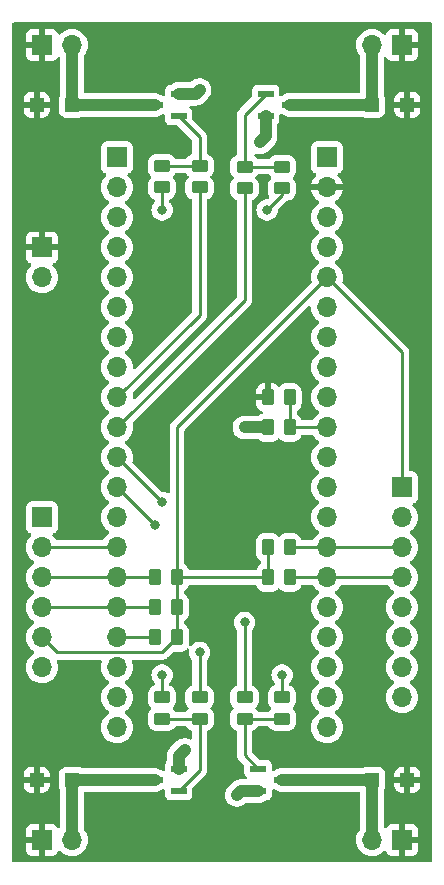
<source format=gbr>
%TF.GenerationSoftware,KiCad,Pcbnew,7.0.6-7.0.6~ubuntu22.04.1*%
%TF.CreationDate,2023-07-14T18:36:50-05:00*%
%TF.ProjectId,picodrone_controller,7069636f-6472-46f6-9e65-5f636f6e7472,rev?*%
%TF.SameCoordinates,Original*%
%TF.FileFunction,Copper,L1,Top*%
%TF.FilePolarity,Positive*%
%FSLAX46Y46*%
G04 Gerber Fmt 4.6, Leading zero omitted, Abs format (unit mm)*
G04 Created by KiCad (PCBNEW 7.0.6-7.0.6~ubuntu22.04.1) date 2023-07-14 18:36:50*
%MOMM*%
%LPD*%
G01*
G04 APERTURE LIST*
G04 Aperture macros list*
%AMRoundRect*
0 Rectangle with rounded corners*
0 $1 Rounding radius*
0 $2 $3 $4 $5 $6 $7 $8 $9 X,Y pos of 4 corners*
0 Add a 4 corners polygon primitive as box body*
4,1,4,$2,$3,$4,$5,$6,$7,$8,$9,$2,$3,0*
0 Add four circle primitives for the rounded corners*
1,1,$1+$1,$2,$3*
1,1,$1+$1,$4,$5*
1,1,$1+$1,$6,$7*
1,1,$1+$1,$8,$9*
0 Add four rect primitives between the rounded corners*
20,1,$1+$1,$2,$3,$4,$5,0*
20,1,$1+$1,$4,$5,$6,$7,0*
20,1,$1+$1,$6,$7,$8,$9,0*
20,1,$1+$1,$8,$9,$2,$3,0*%
G04 Aperture macros list end*
%TA.AperFunction,SMDPad,CuDef*%
%ADD10RoundRect,0.250000X-0.450000X0.262500X-0.450000X-0.262500X0.450000X-0.262500X0.450000X0.262500X0*%
%TD*%
%TA.AperFunction,SMDPad,CuDef*%
%ADD11RoundRect,0.250000X0.262500X0.450000X-0.262500X0.450000X-0.262500X-0.450000X0.262500X-0.450000X0*%
%TD*%
%TA.AperFunction,SMDPad,CuDef*%
%ADD12R,1.320800X0.558800*%
%TD*%
%TA.AperFunction,ComponentPad*%
%ADD13R,1.700000X1.700000*%
%TD*%
%TA.AperFunction,ComponentPad*%
%ADD14O,1.700000X1.700000*%
%TD*%
%TA.AperFunction,SMDPad,CuDef*%
%ADD15RoundRect,0.250000X0.450000X-0.262500X0.450000X0.262500X-0.450000X0.262500X-0.450000X-0.262500X0*%
%TD*%
%TA.AperFunction,SMDPad,CuDef*%
%ADD16RoundRect,0.183000X0.437000X0.427000X-0.437000X0.427000X-0.437000X-0.427000X0.437000X-0.427000X0*%
%TD*%
%TA.AperFunction,SMDPad,CuDef*%
%ADD17RoundRect,0.250000X-0.262500X-0.450000X0.262500X-0.450000X0.262500X0.450000X-0.262500X0.450000X0*%
%TD*%
%TA.AperFunction,SMDPad,CuDef*%
%ADD18RoundRect,0.183000X-0.437000X-0.427000X0.437000X-0.427000X0.437000X0.427000X-0.437000X0.427000X0*%
%TD*%
%TA.AperFunction,ViaPad*%
%ADD19C,0.800000*%
%TD*%
%TA.AperFunction,Conductor*%
%ADD20C,1.000000*%
%TD*%
%TA.AperFunction,Conductor*%
%ADD21C,0.250000*%
%TD*%
G04 APERTURE END LIST*
D10*
%TO.P,R7,1*%
%TO.N,/m4_pwm*%
X148590000Y-108585000D03*
%TO.P,R7,2*%
%TO.N,Net-(Q4-G)*%
X148590000Y-110410000D03*
%TD*%
D11*
%TO.P,R15,1*%
%TO.N,+3.3V*%
X146685000Y-100965000D03*
%TO.P,R15,2*%
%TO.N,/sd_miso*%
X144860000Y-100965000D03*
%TD*%
D12*
%TO.P,Q4,1,D*%
%TO.N,Net-(D4-A)*%
X144780000Y-115570000D03*
%TO.P,Q4,2,G*%
%TO.N,Net-(Q4-G)*%
X146812000Y-116520001D03*
%TO.P,Q4,3,S*%
%TO.N,GND*%
X146812000Y-114619999D03*
%TD*%
D13*
%TO.P,J9,1,Pin_1*%
%TO.N,VCC*%
X135255000Y-70485000D03*
D14*
%TO.P,J9,2,Pin_2*%
%TO.N,GND*%
X135255000Y-73025000D03*
%TD*%
D15*
%TO.P,R8,1*%
%TO.N,Net-(Q4-G)*%
X145415000Y-110410000D03*
%TO.P,R8,2*%
%TO.N,GND*%
X145415000Y-108585000D03*
%TD*%
D12*
%TO.P,Q3,1,D*%
%TO.N,Net-(D3-A)*%
X155575000Y-115570000D03*
%TO.P,Q3,2,G*%
%TO.N,Net-(Q3-G)*%
X153543000Y-114619999D03*
%TO.P,Q3,3,S*%
%TO.N,GND*%
X153543000Y-116520001D03*
%TD*%
D11*
%TO.P,R13,1*%
%TO.N,+3.3V*%
X146685000Y-103505000D03*
%TO.P,R13,2*%
%TO.N,/sd_cs*%
X144860000Y-103505000D03*
%TD*%
D13*
%TO.P,J5,1,Pin_1*%
%TO.N,VCC*%
X135255000Y-53340000D03*
D14*
%TO.P,J5,2,Pin_2*%
%TO.N,Net-(D1-A)*%
X137795000Y-53340000D03*
%TD*%
D10*
%TO.P,R4,1*%
%TO.N,Net-(Q2-G)*%
X155575000Y-63660000D03*
%TO.P,R4,2*%
%TO.N,GND*%
X155575000Y-65485000D03*
%TD*%
D11*
%TO.P,R14,1*%
%TO.N,+3.3V*%
X146685000Y-98425000D03*
%TO.P,R14,2*%
%TO.N,/sd_mosi*%
X144860000Y-98425000D03*
%TD*%
D13*
%TO.P,J6,1,Pin_1*%
%TO.N,VCC*%
X165735000Y-53340000D03*
D14*
%TO.P,J6,2,Pin_2*%
%TO.N,Net-(D2-A)*%
X163195000Y-53340000D03*
%TD*%
D13*
%TO.P,J4,1,Pin_1*%
%TO.N,/sd_cs*%
X135255000Y-93345000D03*
D14*
%TO.P,J4,2,Pin_2*%
%TO.N,/sd_sck*%
X135255000Y-95885000D03*
%TO.P,J4,3,Pin_3*%
%TO.N,/sd_mosi*%
X135255000Y-98425000D03*
%TO.P,J4,4,Pin_4*%
%TO.N,/sd_miso*%
X135255000Y-100965000D03*
%TO.P,J4,5,Pin_5*%
%TO.N,+3.3V*%
X135255000Y-103505000D03*
%TO.P,J4,6,Pin_6*%
%TO.N,GND*%
X135255000Y-106045000D03*
%TD*%
D16*
%TO.P,D3,1,K*%
%TO.N,VCC*%
X166175000Y-115570000D03*
%TO.P,D3,2,A*%
%TO.N,Net-(D3-A)*%
X163195000Y-115570000D03*
%TD*%
D15*
%TO.P,R3,1*%
%TO.N,/m2_pwm*%
X152400000Y-65485000D03*
%TO.P,R3,2*%
%TO.N,Net-(Q2-G)*%
X152400000Y-63660000D03*
%TD*%
D16*
%TO.P,D2,1,K*%
%TO.N,VCC*%
X166175000Y-58420000D03*
%TO.P,D2,2,A*%
%TO.N,Net-(D2-A)*%
X163195000Y-58420000D03*
%TD*%
D10*
%TO.P,R1,1*%
%TO.N,Net-(Q1-G)*%
X145415000Y-63580000D03*
%TO.P,R1,2*%
%TO.N,GND*%
X145415000Y-65405000D03*
%TD*%
D17*
%TO.P,R11,1*%
%TO.N,+3.3V*%
X154385000Y-95885000D03*
%TO.P,R11,2*%
%TO.N,/imu_scl*%
X156210000Y-95885000D03*
%TD*%
D10*
%TO.P,R5,1*%
%TO.N,/m3_pwm*%
X152400000Y-108585000D03*
%TO.P,R5,2*%
%TO.N,Net-(Q3-G)*%
X152400000Y-110410000D03*
%TD*%
D18*
%TO.P,D1,1,K*%
%TO.N,VCC*%
X134815000Y-58420000D03*
%TO.P,D1,2,A*%
%TO.N,Net-(D1-A)*%
X137795000Y-58420000D03*
%TD*%
D13*
%TO.P,J1,1,Pin_1*%
%TO.N,unconnected-(J1-Pin_1-Pad1)*%
X141605000Y-62865000D03*
D14*
%TO.P,J1,2,Pin_2*%
%TO.N,unconnected-(J1-Pin_2-Pad2)*%
X141605000Y-65405000D03*
%TO.P,J1,3,Pin_3*%
%TO.N,GND*%
X141605000Y-67945000D03*
%TO.P,J1,4,Pin_4*%
%TO.N,unconnected-(J1-Pin_4-Pad4)*%
X141605000Y-70485000D03*
%TO.P,J1,5,Pin_5*%
%TO.N,unconnected-(J1-Pin_5-Pad5)*%
X141605000Y-73025000D03*
%TO.P,J1,6,Pin_6*%
%TO.N,unconnected-(J1-Pin_6-Pad6)*%
X141605000Y-75565000D03*
%TO.P,J1,7,Pin_7*%
%TO.N,unconnected-(J1-Pin_7-Pad7)*%
X141605000Y-78105000D03*
%TO.P,J1,8,Pin_8*%
%TO.N,GND*%
X141605000Y-80645000D03*
%TO.P,J1,9,Pin_9*%
%TO.N,/m1_pwm*%
X141605000Y-83185000D03*
%TO.P,J1,10,Pin_10*%
%TO.N,/m2_pwm*%
X141605000Y-85725000D03*
%TO.P,J1,11,Pin_11*%
%TO.N,/m3_pwm*%
X141605000Y-88265000D03*
%TO.P,J1,12,Pin_12*%
%TO.N,/m4_pwm*%
X141605000Y-90805000D03*
%TO.P,J1,13,Pin_13*%
%TO.N,GND*%
X141605000Y-93345000D03*
%TO.P,J1,14,Pin_14*%
%TO.N,/sd_sck*%
X141605000Y-95885000D03*
%TO.P,J1,15,Pin_15*%
%TO.N,/sd_mosi*%
X141605000Y-98425000D03*
%TO.P,J1,16,Pin_16*%
%TO.N,/sd_miso*%
X141605000Y-100965000D03*
%TO.P,J1,17,Pin_17*%
%TO.N,/sd_cs*%
X141605000Y-103505000D03*
%TO.P,J1,18,Pin_18*%
%TO.N,GND*%
X141605000Y-106045000D03*
%TO.P,J1,19,Pin_19*%
%TO.N,unconnected-(J1-Pin_19-Pad19)*%
X141605000Y-108585000D03*
%TO.P,J1,20,Pin_20*%
%TO.N,unconnected-(J1-Pin_20-Pad20)*%
X141605000Y-111125000D03*
%TD*%
D13*
%TO.P,J2,1,Pin_1*%
%TO.N,unconnected-(J2-Pin_1-Pad1)*%
X159385000Y-62865000D03*
D14*
%TO.P,J2,2,Pin_2*%
%TO.N,VCC*%
X159385000Y-65405000D03*
%TO.P,J2,3,Pin_3*%
%TO.N,GND*%
X159385000Y-67945000D03*
%TO.P,J2,4,Pin_4*%
%TO.N,unconnected-(J2-Pin_4-Pad4)*%
X159385000Y-70485000D03*
%TO.P,J2,5,Pin_5*%
%TO.N,+3.3V*%
X159385000Y-73025000D03*
%TO.P,J2,6,Pin_6*%
%TO.N,unconnected-(J2-Pin_6-Pad6)*%
X159385000Y-75565000D03*
%TO.P,J2,7,Pin_7*%
%TO.N,unconnected-(J2-Pin_7-Pad7)*%
X159385000Y-78105000D03*
%TO.P,J2,8,Pin_8*%
%TO.N,GND*%
X159385000Y-80645000D03*
%TO.P,J2,9,Pin_9*%
%TO.N,unconnected-(J2-Pin_9-Pad9)*%
X159385000Y-83185000D03*
%TO.P,J2,10,Pin_10*%
%TO.N,/v_measure*%
X159385000Y-85725000D03*
%TO.P,J2,11,Pin_11*%
%TO.N,unconnected-(J2-Pin_11-Pad11)*%
X159385000Y-88265000D03*
%TO.P,J2,12,Pin_12*%
%TO.N,unconnected-(J2-Pin_12-Pad12)*%
X159385000Y-90805000D03*
%TO.P,J2,13,Pin_13*%
%TO.N,GND*%
X159385000Y-93345000D03*
%TO.P,J2,14,Pin_14*%
%TO.N,/imu_scl*%
X159385000Y-95885000D03*
%TO.P,J2,15,Pin_15*%
%TO.N,/imu_sda*%
X159385000Y-98425000D03*
%TO.P,J2,16,Pin_16*%
%TO.N,unconnected-(J2-Pin_16-Pad16)*%
X159385000Y-100965000D03*
%TO.P,J2,17,Pin_17*%
%TO.N,unconnected-(J2-Pin_17-Pad17)*%
X159385000Y-103505000D03*
%TO.P,J2,18,Pin_18*%
%TO.N,GND*%
X159385000Y-106045000D03*
%TO.P,J2,19,Pin_19*%
%TO.N,unconnected-(J2-Pin_19-Pad19)*%
X159385000Y-108585000D03*
%TO.P,J2,20,Pin_20*%
%TO.N,unconnected-(J2-Pin_20-Pad20)*%
X159385000Y-111125000D03*
%TD*%
D12*
%TO.P,Q1,1,D*%
%TO.N,Net-(D1-A)*%
X144780000Y-58420000D03*
%TO.P,Q1,2,G*%
%TO.N,Net-(Q1-G)*%
X146812000Y-59370001D03*
%TO.P,Q1,3,S*%
%TO.N,GND*%
X146812000Y-57469999D03*
%TD*%
D15*
%TO.P,R6,1*%
%TO.N,Net-(Q3-G)*%
X155575000Y-110410000D03*
%TO.P,R6,2*%
%TO.N,GND*%
X155575000Y-108585000D03*
%TD*%
D13*
%TO.P,J3,1,Pin_1*%
%TO.N,+3.3V*%
X165735000Y-90805000D03*
D14*
%TO.P,J3,2,Pin_2*%
%TO.N,GND*%
X165735000Y-93345000D03*
%TO.P,J3,3,Pin_3*%
%TO.N,/imu_scl*%
X165735000Y-95885000D03*
%TO.P,J3,4,Pin_4*%
%TO.N,/imu_sda*%
X165735000Y-98425000D03*
%TO.P,J3,5,Pin_5*%
%TO.N,unconnected-(J3-Pin_5-Pad5)*%
X165735000Y-100965000D03*
%TO.P,J3,6,Pin_6*%
%TO.N,unconnected-(J3-Pin_6-Pad6)*%
X165735000Y-103505000D03*
%TO.P,J3,7,Pin_7*%
%TO.N,GND*%
X165735000Y-106045000D03*
%TO.P,J3,8,Pin_8*%
%TO.N,/imu_int*%
X165735000Y-108585000D03*
%TD*%
D17*
%TO.P,R9,1*%
%TO.N,VCC*%
X154385000Y-83185000D03*
%TO.P,R9,2*%
%TO.N,/v_measure*%
X156210000Y-83185000D03*
%TD*%
D12*
%TO.P,Q2,1,D*%
%TO.N,Net-(D2-A)*%
X156210000Y-58420000D03*
%TO.P,Q2,2,G*%
%TO.N,Net-(Q2-G)*%
X154178000Y-57469999D03*
%TO.P,Q2,3,S*%
%TO.N,GND*%
X154178000Y-59370001D03*
%TD*%
D17*
%TO.P,R12,1*%
%TO.N,+3.3V*%
X154385000Y-98425000D03*
%TO.P,R12,2*%
%TO.N,/imu_sda*%
X156210000Y-98425000D03*
%TD*%
D18*
%TO.P,D4,1,K*%
%TO.N,VCC*%
X134815000Y-115570000D03*
%TO.P,D4,2,A*%
%TO.N,Net-(D4-A)*%
X137795000Y-115570000D03*
%TD*%
D15*
%TO.P,R2,1*%
%TO.N,/m1_pwm*%
X148590000Y-65405000D03*
%TO.P,R2,2*%
%TO.N,Net-(Q1-G)*%
X148590000Y-63580000D03*
%TD*%
D13*
%TO.P,J7,1,Pin_1*%
%TO.N,VCC*%
X165735000Y-120650000D03*
D14*
%TO.P,J7,2,Pin_2*%
%TO.N,Net-(D3-A)*%
X163195000Y-120650000D03*
%TD*%
D11*
%TO.P,R10,1*%
%TO.N,/v_measure*%
X156210000Y-85725000D03*
%TO.P,R10,2*%
%TO.N,GND*%
X154385000Y-85725000D03*
%TD*%
D13*
%TO.P,J8,1,Pin_1*%
%TO.N,VCC*%
X135255000Y-120650000D03*
D14*
%TO.P,J8,2,Pin_2*%
%TO.N,Net-(D4-A)*%
X137795000Y-120650000D03*
%TD*%
D19*
%TO.N,VCC*%
X156845000Y-78740000D03*
%TO.N,GND*%
X154305000Y-67310000D03*
X155575000Y-106680000D03*
X148590000Y-57150000D03*
X145415000Y-106680000D03*
X145415000Y-67310000D03*
X153670000Y-61595000D03*
X152400000Y-85725000D03*
X147320000Y-113030000D03*
X151765000Y-116840000D03*
%TO.N,/m3_pwm*%
X152400000Y-102235000D03*
X145415000Y-92075000D03*
%TO.N,/m4_pwm*%
X144780000Y-93980000D03*
X148590000Y-104775000D03*
%TD*%
D20*
%TO.N,GND*%
X153543000Y-116520001D02*
X152084999Y-116520001D01*
X152084999Y-116520001D02*
X151765000Y-116840000D01*
D21*
X155575000Y-108585000D02*
X155575000Y-106680000D01*
X145415000Y-108585000D02*
X145415000Y-106680000D01*
X154305000Y-67310000D02*
X155575000Y-66040000D01*
X155575000Y-66040000D02*
X155575000Y-65485000D01*
%TO.N,VCC*%
X154305000Y-83105000D02*
X154385000Y-83185000D01*
D20*
%TO.N,Net-(D1-A)*%
X137795000Y-58420000D02*
X144780000Y-58420000D01*
X137795000Y-58420000D02*
X137795000Y-53340000D01*
%TO.N,Net-(D2-A)*%
X163195000Y-58420000D02*
X156210000Y-58420000D01*
X163195000Y-58420000D02*
X163195000Y-53340000D01*
%TO.N,Net-(D3-A)*%
X163195000Y-115570000D02*
X155575000Y-115570000D01*
X163195000Y-115570000D02*
X163195000Y-120650000D01*
%TO.N,Net-(D4-A)*%
X144780000Y-115570000D02*
X137795000Y-115570000D01*
X137795000Y-115570000D02*
X137795000Y-120650000D01*
D21*
%TO.N,/imu_sda*%
X165735000Y-98425000D02*
X159385000Y-98425000D01*
X156210000Y-98425000D02*
X159385000Y-98425000D01*
%TO.N,/imu_scl*%
X165735000Y-95885000D02*
X159385000Y-95885000D01*
X156210000Y-95885000D02*
X159385000Y-95885000D01*
D20*
%TO.N,GND*%
X153670000Y-61595000D02*
X154178000Y-61087000D01*
X148270001Y-57469999D02*
X148590000Y-57150000D01*
X146812000Y-113538000D02*
X146812000Y-114619999D01*
X154178000Y-61087000D02*
X154178000Y-59370001D01*
D21*
X145415000Y-67310000D02*
X145415000Y-65405000D01*
D20*
X154385000Y-85725000D02*
X152400000Y-85725000D01*
X146812000Y-57469999D02*
X148270001Y-57469999D01*
X147320000Y-113030000D02*
X146812000Y-113538000D01*
D21*
%TO.N,/sd_sck*%
X135255000Y-95885000D02*
X141605000Y-95885000D01*
%TO.N,/sd_mosi*%
X144860000Y-98425000D02*
X141605000Y-98425000D01*
X135255000Y-98425000D02*
X141605000Y-98425000D01*
%TO.N,/sd_miso*%
X144860000Y-100965000D02*
X141605000Y-100965000D01*
X135255000Y-100965000D02*
X141605000Y-100965000D01*
%TO.N,/sd_cs*%
X144860000Y-103505000D02*
X141605000Y-103505000D01*
%TO.N,/m1_pwm*%
X148590000Y-76200000D02*
X141605000Y-83185000D01*
X148590000Y-65405000D02*
X148590000Y-76200000D01*
%TO.N,/m2_pwm*%
X152400000Y-65485000D02*
X152400000Y-74930000D01*
X152400000Y-74930000D02*
X141605000Y-85725000D01*
%TO.N,/m3_pwm*%
X145415000Y-92075000D02*
X141605000Y-88265000D01*
X152400000Y-108585000D02*
X152400000Y-102235000D01*
%TO.N,/m4_pwm*%
X148590000Y-104775000D02*
X148590000Y-108585000D01*
X141605000Y-90805000D02*
X144780000Y-93980000D01*
%TO.N,+3.3V*%
X146685000Y-100965000D02*
X146685000Y-98425000D01*
X146685000Y-85725000D02*
X159385000Y-73025000D01*
X165735000Y-79375000D02*
X159385000Y-73025000D01*
X135255000Y-103505000D02*
X136525000Y-104775000D01*
X146685000Y-98425000D02*
X146685000Y-85725000D01*
X154385000Y-95885000D02*
X154385000Y-98425000D01*
X154385000Y-98425000D02*
X146685000Y-98425000D01*
X165735000Y-90805000D02*
X165735000Y-79375000D01*
X136525000Y-104775000D02*
X145415000Y-104775000D01*
X145415000Y-104775000D02*
X146685000Y-103505000D01*
X146685000Y-103505000D02*
X146685000Y-100965000D01*
%TO.N,/v_measure*%
X156210000Y-85725000D02*
X159385000Y-85725000D01*
X156210000Y-85725000D02*
X156210000Y-83185000D01*
%TO.N,Net-(Q1-G)*%
X148590000Y-63580000D02*
X148590000Y-61148001D01*
X145415000Y-63580000D02*
X148590000Y-63580000D01*
X148590000Y-61148001D02*
X146812000Y-59370001D01*
%TO.N,Net-(Q2-G)*%
X152400000Y-63660000D02*
X152400000Y-59247999D01*
X152400000Y-59247999D02*
X154178000Y-57469999D01*
X155575000Y-63660000D02*
X152400000Y-63660000D01*
%TO.N,Net-(Q3-G)*%
X152400000Y-110410000D02*
X155575000Y-110410000D01*
X152400000Y-113476999D02*
X152400000Y-110410000D01*
X153543000Y-114619999D02*
X152400000Y-113476999D01*
%TO.N,Net-(Q4-G)*%
X148590000Y-114742001D02*
X148590000Y-110410000D01*
X146812000Y-116520001D02*
X148590000Y-114742001D01*
X145415000Y-110410000D02*
X148590000Y-110410000D01*
%TD*%
%TA.AperFunction,Conductor*%
%TO.N,VCC*%
G36*
X157948675Y-75448429D02*
G01*
X158004608Y-75490301D01*
X158029025Y-75555765D01*
X158029341Y-75564611D01*
X158029341Y-75565000D01*
X158049936Y-75800403D01*
X158049938Y-75800413D01*
X158111094Y-76028655D01*
X158111096Y-76028659D01*
X158111097Y-76028663D01*
X158175874Y-76167577D01*
X158210965Y-76242830D01*
X158210967Y-76242834D01*
X158346501Y-76436395D01*
X158346506Y-76436402D01*
X158513597Y-76603493D01*
X158513603Y-76603498D01*
X158699158Y-76733425D01*
X158742783Y-76788002D01*
X158749977Y-76857500D01*
X158718454Y-76919855D01*
X158699158Y-76936575D01*
X158513597Y-77066505D01*
X158346505Y-77233597D01*
X158210965Y-77427169D01*
X158210964Y-77427171D01*
X158111098Y-77641335D01*
X158111094Y-77641344D01*
X158049938Y-77869586D01*
X158049936Y-77869596D01*
X158029341Y-78104999D01*
X158029341Y-78105000D01*
X158049936Y-78340403D01*
X158049938Y-78340413D01*
X158111094Y-78568655D01*
X158111096Y-78568659D01*
X158111097Y-78568663D01*
X158210964Y-78782830D01*
X158210965Y-78782830D01*
X158210967Y-78782834D01*
X158346501Y-78976395D01*
X158346506Y-78976402D01*
X158513597Y-79143493D01*
X158513603Y-79143498D01*
X158699158Y-79273425D01*
X158742783Y-79328002D01*
X158749977Y-79397500D01*
X158718454Y-79459855D01*
X158699158Y-79476575D01*
X158513597Y-79606505D01*
X158346505Y-79773597D01*
X158210965Y-79967169D01*
X158210964Y-79967171D01*
X158111098Y-80181335D01*
X158111094Y-80181344D01*
X158049938Y-80409586D01*
X158049936Y-80409596D01*
X158029341Y-80644999D01*
X158029341Y-80645000D01*
X158049936Y-80880403D01*
X158049938Y-80880413D01*
X158111094Y-81108655D01*
X158111096Y-81108659D01*
X158111097Y-81108663D01*
X158210964Y-81322830D01*
X158210965Y-81322830D01*
X158210967Y-81322834D01*
X158346501Y-81516395D01*
X158346506Y-81516402D01*
X158513597Y-81683493D01*
X158513603Y-81683498D01*
X158699158Y-81813425D01*
X158742783Y-81868002D01*
X158749977Y-81937500D01*
X158718454Y-81999855D01*
X158699158Y-82016575D01*
X158513597Y-82146505D01*
X158346505Y-82313597D01*
X158210965Y-82507169D01*
X158210964Y-82507171D01*
X158111098Y-82721335D01*
X158111094Y-82721344D01*
X158049938Y-82949586D01*
X158049936Y-82949596D01*
X158029341Y-83184999D01*
X158029341Y-83185000D01*
X158049936Y-83420403D01*
X158049938Y-83420413D01*
X158111094Y-83648655D01*
X158111096Y-83648659D01*
X158111097Y-83648663D01*
X158210964Y-83862829D01*
X158210965Y-83862830D01*
X158210967Y-83862834D01*
X158346501Y-84056395D01*
X158346506Y-84056402D01*
X158513597Y-84223493D01*
X158513603Y-84223498D01*
X158699158Y-84353425D01*
X158742783Y-84408002D01*
X158749977Y-84477500D01*
X158718454Y-84539855D01*
X158699158Y-84556575D01*
X158513597Y-84686505D01*
X158346505Y-84853597D01*
X158211348Y-85046623D01*
X158156771Y-85090248D01*
X158109773Y-85099500D01*
X157294517Y-85099500D01*
X157227478Y-85079815D01*
X157181723Y-85027011D01*
X157176811Y-85014505D01*
X157157314Y-84955666D01*
X157065212Y-84806344D01*
X156941156Y-84682288D01*
X156941155Y-84682288D01*
X156941155Y-84682287D01*
X156894402Y-84653449D01*
X156847678Y-84601500D01*
X156835500Y-84547911D01*
X156835500Y-84362087D01*
X156855185Y-84295048D01*
X156894402Y-84256548D01*
X156941156Y-84227712D01*
X157065212Y-84103656D01*
X157157314Y-83954334D01*
X157212499Y-83787797D01*
X157223000Y-83685009D01*
X157222999Y-82684992D01*
X157212499Y-82582203D01*
X157157314Y-82415666D01*
X157065212Y-82266344D01*
X156941156Y-82142288D01*
X156791834Y-82050186D01*
X156625297Y-81995001D01*
X156625295Y-81995000D01*
X156522510Y-81984500D01*
X155897498Y-81984500D01*
X155897480Y-81984501D01*
X155794703Y-81995000D01*
X155794700Y-81995001D01*
X155628168Y-82050185D01*
X155628163Y-82050187D01*
X155478845Y-82142287D01*
X155384827Y-82236305D01*
X155323503Y-82269789D01*
X155253812Y-82264805D01*
X155209465Y-82236304D01*
X155115845Y-82142684D01*
X154966624Y-82050643D01*
X154966619Y-82050641D01*
X154800197Y-81995494D01*
X154800190Y-81995493D01*
X154697486Y-81985000D01*
X154635000Y-81985000D01*
X154635000Y-83311000D01*
X154615315Y-83378039D01*
X154562511Y-83423794D01*
X154511000Y-83435000D01*
X153372501Y-83435000D01*
X153372501Y-83684986D01*
X153382994Y-83787697D01*
X153438141Y-83954119D01*
X153438143Y-83954124D01*
X153530184Y-84103345D01*
X153654154Y-84227315D01*
X153803375Y-84319356D01*
X153803382Y-84319359D01*
X153856711Y-84337030D01*
X153914156Y-84376802D01*
X153940980Y-84441317D01*
X153928666Y-84510093D01*
X153881123Y-84561294D01*
X153856714Y-84572441D01*
X153803172Y-84590184D01*
X153803163Y-84590187D01*
X153653842Y-84682289D01*
X153647951Y-84688181D01*
X153586628Y-84721666D01*
X153560270Y-84724500D01*
X152349257Y-84724500D01*
X152197560Y-84739925D01*
X152003420Y-84800837D01*
X152003405Y-84800844D01*
X151825500Y-84899589D01*
X151825495Y-84899592D01*
X151671106Y-85032132D01*
X151671104Y-85032134D01*
X151546554Y-85193037D01*
X151546553Y-85193040D01*
X151456940Y-85375728D01*
X151405937Y-85572714D01*
X151395631Y-85775936D01*
X151426442Y-85977063D01*
X151426445Y-85977075D01*
X151497111Y-86167881D01*
X151497113Y-86167884D01*
X151497114Y-86167887D01*
X151543005Y-86241513D01*
X151604745Y-86340567D01*
X151604749Y-86340572D01*
X151694980Y-86435495D01*
X151744941Y-86488053D01*
X151835058Y-86550776D01*
X151911949Y-86604294D01*
X151911950Y-86604294D01*
X151911951Y-86604295D01*
X152098942Y-86684540D01*
X152298259Y-86725500D01*
X153560270Y-86725500D01*
X153627309Y-86745185D01*
X153647951Y-86761819D01*
X153653844Y-86767712D01*
X153803166Y-86859814D01*
X153969703Y-86914999D01*
X154072491Y-86925500D01*
X154697508Y-86925499D01*
X154697516Y-86925498D01*
X154697519Y-86925498D01*
X154753802Y-86919748D01*
X154800297Y-86914999D01*
X154966834Y-86859814D01*
X155116156Y-86767712D01*
X155209819Y-86674049D01*
X155271142Y-86640564D01*
X155340834Y-86645548D01*
X155385181Y-86674048D01*
X155478844Y-86767712D01*
X155628166Y-86859814D01*
X155794703Y-86914999D01*
X155897491Y-86925500D01*
X156522508Y-86925499D01*
X156522516Y-86925498D01*
X156522519Y-86925498D01*
X156578802Y-86919748D01*
X156625297Y-86914999D01*
X156791834Y-86859814D01*
X156941156Y-86767712D01*
X157065212Y-86643656D01*
X157157314Y-86494334D01*
X157176811Y-86435493D01*
X157216584Y-86378051D01*
X157281100Y-86351228D01*
X157294517Y-86350500D01*
X158109773Y-86350500D01*
X158176812Y-86370185D01*
X158211348Y-86403377D01*
X158346501Y-86596396D01*
X158346506Y-86596402D01*
X158513597Y-86763493D01*
X158513603Y-86763498D01*
X158699158Y-86893425D01*
X158742783Y-86948002D01*
X158749977Y-87017500D01*
X158718454Y-87079855D01*
X158699158Y-87096575D01*
X158513597Y-87226505D01*
X158346505Y-87393597D01*
X158210965Y-87587169D01*
X158210964Y-87587171D01*
X158111098Y-87801335D01*
X158111094Y-87801344D01*
X158049938Y-88029586D01*
X158049936Y-88029596D01*
X158029341Y-88264999D01*
X158029341Y-88265000D01*
X158049936Y-88500403D01*
X158049938Y-88500413D01*
X158111094Y-88728655D01*
X158111096Y-88728659D01*
X158111097Y-88728663D01*
X158210964Y-88942830D01*
X158210965Y-88942830D01*
X158210967Y-88942834D01*
X158346501Y-89136395D01*
X158346506Y-89136402D01*
X158513597Y-89303493D01*
X158513603Y-89303498D01*
X158699158Y-89433425D01*
X158742783Y-89488002D01*
X158749977Y-89557500D01*
X158718454Y-89619855D01*
X158699158Y-89636575D01*
X158513597Y-89766505D01*
X158346505Y-89933597D01*
X158210965Y-90127169D01*
X158210964Y-90127171D01*
X158111098Y-90341335D01*
X158111094Y-90341344D01*
X158049938Y-90569586D01*
X158049936Y-90569596D01*
X158029341Y-90804999D01*
X158029341Y-90805000D01*
X158049936Y-91040403D01*
X158049938Y-91040413D01*
X158111094Y-91268655D01*
X158111096Y-91268659D01*
X158111097Y-91268663D01*
X158193331Y-91445013D01*
X158210965Y-91482830D01*
X158210967Y-91482834D01*
X158346501Y-91676395D01*
X158346506Y-91676402D01*
X158513597Y-91843493D01*
X158513603Y-91843498D01*
X158699158Y-91973425D01*
X158742783Y-92028002D01*
X158749977Y-92097500D01*
X158718454Y-92159855D01*
X158699158Y-92176575D01*
X158513597Y-92306505D01*
X158346505Y-92473597D01*
X158210965Y-92667169D01*
X158210964Y-92667171D01*
X158111098Y-92881335D01*
X158111094Y-92881344D01*
X158049938Y-93109586D01*
X158049936Y-93109596D01*
X158029341Y-93344999D01*
X158029341Y-93345000D01*
X158049936Y-93580403D01*
X158049938Y-93580413D01*
X158111094Y-93808655D01*
X158111096Y-93808659D01*
X158111097Y-93808663D01*
X158182187Y-93961115D01*
X158210965Y-94022830D01*
X158210967Y-94022834D01*
X158346501Y-94216395D01*
X158346506Y-94216402D01*
X158513597Y-94383493D01*
X158513603Y-94383498D01*
X158699158Y-94513425D01*
X158742783Y-94568002D01*
X158749977Y-94637500D01*
X158718454Y-94699855D01*
X158699158Y-94716575D01*
X158513597Y-94846505D01*
X158346505Y-95013597D01*
X158211348Y-95206623D01*
X158156771Y-95250248D01*
X158109773Y-95259500D01*
X157294517Y-95259500D01*
X157227478Y-95239815D01*
X157181723Y-95187011D01*
X157176811Y-95174505D01*
X157157314Y-95115666D01*
X157065212Y-94966344D01*
X156941156Y-94842288D01*
X156791834Y-94750186D01*
X156625297Y-94695001D01*
X156625295Y-94695000D01*
X156522510Y-94684500D01*
X155897498Y-94684500D01*
X155897480Y-94684501D01*
X155794703Y-94695000D01*
X155794700Y-94695001D01*
X155628168Y-94750185D01*
X155628163Y-94750187D01*
X155478842Y-94842289D01*
X155385181Y-94935951D01*
X155323858Y-94969436D01*
X155254166Y-94964452D01*
X155209819Y-94935951D01*
X155116157Y-94842289D01*
X155116156Y-94842288D01*
X154966834Y-94750186D01*
X154800297Y-94695001D01*
X154800295Y-94695000D01*
X154697510Y-94684500D01*
X154072498Y-94684500D01*
X154072480Y-94684501D01*
X153969703Y-94695000D01*
X153969700Y-94695001D01*
X153803168Y-94750185D01*
X153803163Y-94750187D01*
X153653842Y-94842289D01*
X153529789Y-94966342D01*
X153437687Y-95115663D01*
X153437685Y-95115666D01*
X153437686Y-95115666D01*
X153382501Y-95282203D01*
X153382501Y-95282204D01*
X153382500Y-95282204D01*
X153372000Y-95384983D01*
X153372000Y-96385001D01*
X153372001Y-96385019D01*
X153382500Y-96487796D01*
X153382501Y-96487799D01*
X153437685Y-96654331D01*
X153437686Y-96654334D01*
X153529788Y-96803656D01*
X153653844Y-96927712D01*
X153700596Y-96956548D01*
X153747320Y-97008494D01*
X153759500Y-97062087D01*
X153759500Y-97247911D01*
X153739815Y-97314950D01*
X153700598Y-97353449D01*
X153653844Y-97382287D01*
X153529789Y-97506342D01*
X153437687Y-97655663D01*
X153437686Y-97655666D01*
X153418189Y-97714505D01*
X153378416Y-97771949D01*
X153313900Y-97798772D01*
X153300483Y-97799500D01*
X147769517Y-97799500D01*
X147702478Y-97779815D01*
X147656723Y-97727011D01*
X147651811Y-97714505D01*
X147632314Y-97655666D01*
X147540212Y-97506344D01*
X147416156Y-97382288D01*
X147416155Y-97382287D01*
X147369402Y-97353449D01*
X147322678Y-97301500D01*
X147310500Y-97247911D01*
X147310500Y-86035451D01*
X147330185Y-85968412D01*
X147346814Y-85947775D01*
X150359589Y-82935000D01*
X153372500Y-82935000D01*
X154135000Y-82935000D01*
X154135000Y-81985000D01*
X154134999Y-81984999D01*
X154072528Y-81985000D01*
X154072511Y-81985001D01*
X153969802Y-81995494D01*
X153803380Y-82050641D01*
X153803375Y-82050643D01*
X153654154Y-82142684D01*
X153530184Y-82266654D01*
X153438143Y-82415875D01*
X153438141Y-82415880D01*
X153382994Y-82582302D01*
X153382993Y-82582309D01*
X153372500Y-82685013D01*
X153372500Y-82935000D01*
X150359589Y-82935000D01*
X157817660Y-75476929D01*
X157878983Y-75443445D01*
X157948675Y-75448429D01*
G37*
%TD.AperFunction*%
%TA.AperFunction,Conductor*%
G36*
X168217539Y-51455185D02*
G01*
X168263294Y-51507989D01*
X168274500Y-51559500D01*
X168274500Y-122430500D01*
X168254815Y-122497539D01*
X168202011Y-122543294D01*
X168150500Y-122554500D01*
X132839500Y-122554500D01*
X132772461Y-122534815D01*
X132726706Y-122482011D01*
X132715500Y-122430500D01*
X132715500Y-115820000D01*
X133695001Y-115820000D01*
X133695001Y-116052204D01*
X133701253Y-116121018D01*
X133750596Y-116279367D01*
X133836407Y-116421315D01*
X133953684Y-116538592D01*
X134095628Y-116624401D01*
X134253985Y-116673746D01*
X134322805Y-116679999D01*
X134564999Y-116679999D01*
X134565000Y-116679998D01*
X134565000Y-115820000D01*
X135065000Y-115820000D01*
X135065000Y-116679999D01*
X135307203Y-116679999D01*
X135376018Y-116673746D01*
X135534367Y-116624403D01*
X135676315Y-116538592D01*
X135793592Y-116421315D01*
X135879401Y-116279371D01*
X135928746Y-116121014D01*
X135935000Y-116052194D01*
X135935000Y-115820000D01*
X135065000Y-115820000D01*
X134565000Y-115820000D01*
X133695001Y-115820000D01*
X132715500Y-115820000D01*
X132715500Y-115087805D01*
X133694999Y-115087805D01*
X133695000Y-115320000D01*
X134565000Y-115320000D01*
X134565000Y-114460000D01*
X135065000Y-114460000D01*
X135065000Y-115320000D01*
X135934999Y-115320000D01*
X135934999Y-115087795D01*
X135928746Y-115018981D01*
X135879403Y-114860632D01*
X135793592Y-114718684D01*
X135676315Y-114601407D01*
X135534371Y-114515598D01*
X135376014Y-114466253D01*
X135307194Y-114460000D01*
X135065000Y-114460000D01*
X134565000Y-114460000D01*
X134322795Y-114460000D01*
X134253981Y-114466253D01*
X134095632Y-114515596D01*
X133953684Y-114601407D01*
X133836407Y-114718684D01*
X133750598Y-114860628D01*
X133701253Y-115018985D01*
X133694999Y-115087805D01*
X132715500Y-115087805D01*
X132715500Y-106045000D01*
X133899341Y-106045000D01*
X133919936Y-106280403D01*
X133919938Y-106280413D01*
X133981094Y-106508655D01*
X133981096Y-106508659D01*
X133981097Y-106508663D01*
X134060993Y-106679999D01*
X134080965Y-106722830D01*
X134080967Y-106722834D01*
X134182793Y-106868256D01*
X134216505Y-106916401D01*
X134383599Y-107083495D01*
X134480384Y-107151264D01*
X134577165Y-107219032D01*
X134577167Y-107219033D01*
X134577170Y-107219035D01*
X134791337Y-107318903D01*
X135019592Y-107380063D01*
X135207918Y-107396539D01*
X135254999Y-107400659D01*
X135255000Y-107400659D01*
X135255001Y-107400659D01*
X135294234Y-107397226D01*
X135490408Y-107380063D01*
X135718663Y-107318903D01*
X135932830Y-107219035D01*
X136126401Y-107083495D01*
X136293495Y-106916401D01*
X136429035Y-106722830D01*
X136528903Y-106508663D01*
X136590063Y-106280408D01*
X136610659Y-106045000D01*
X136590063Y-105809592D01*
X136528903Y-105581337D01*
X136526837Y-105576906D01*
X136516344Y-105507829D01*
X136544863Y-105444045D01*
X136603339Y-105405804D01*
X136639218Y-105400500D01*
X140220782Y-105400500D01*
X140287821Y-105420185D01*
X140333576Y-105472989D01*
X140343520Y-105542147D01*
X140333163Y-105576906D01*
X140331099Y-105581330D01*
X140331094Y-105581344D01*
X140269938Y-105809586D01*
X140269936Y-105809596D01*
X140249341Y-106044999D01*
X140249341Y-106045000D01*
X140269936Y-106280403D01*
X140269938Y-106280413D01*
X140331094Y-106508655D01*
X140331096Y-106508659D01*
X140331097Y-106508663D01*
X140410993Y-106679999D01*
X140430965Y-106722830D01*
X140430967Y-106722834D01*
X140566501Y-106916395D01*
X140566506Y-106916402D01*
X140733597Y-107083493D01*
X140733603Y-107083498D01*
X140919158Y-107213425D01*
X140962783Y-107268002D01*
X140969977Y-107337500D01*
X140938454Y-107399855D01*
X140919158Y-107416575D01*
X140733597Y-107546505D01*
X140566505Y-107713597D01*
X140430965Y-107907169D01*
X140430964Y-107907171D01*
X140331098Y-108121335D01*
X140331094Y-108121344D01*
X140269938Y-108349586D01*
X140269936Y-108349596D01*
X140249341Y-108584999D01*
X140249341Y-108585000D01*
X140269936Y-108820403D01*
X140269938Y-108820413D01*
X140331094Y-109048655D01*
X140331096Y-109048659D01*
X140331097Y-109048663D01*
X140386200Y-109166831D01*
X140430965Y-109262830D01*
X140430967Y-109262834D01*
X140566501Y-109456395D01*
X140566506Y-109456402D01*
X140733597Y-109623493D01*
X140733603Y-109623498D01*
X140919158Y-109753425D01*
X140962783Y-109808002D01*
X140969977Y-109877500D01*
X140938454Y-109939855D01*
X140919158Y-109956575D01*
X140733597Y-110086505D01*
X140566505Y-110253597D01*
X140430965Y-110447169D01*
X140430964Y-110447171D01*
X140331098Y-110661335D01*
X140331094Y-110661344D01*
X140269938Y-110889586D01*
X140269936Y-110889596D01*
X140249341Y-111124999D01*
X140249341Y-111125000D01*
X140269936Y-111360403D01*
X140269938Y-111360413D01*
X140331094Y-111588655D01*
X140331096Y-111588659D01*
X140331097Y-111588663D01*
X140430964Y-111802830D01*
X140430965Y-111802830D01*
X140430967Y-111802834D01*
X140539281Y-111957521D01*
X140566505Y-111996401D01*
X140733599Y-112163495D01*
X140830384Y-112231264D01*
X140927165Y-112299032D01*
X140927167Y-112299033D01*
X140927170Y-112299035D01*
X141141337Y-112398903D01*
X141369592Y-112460063D01*
X141557918Y-112476539D01*
X141604999Y-112480659D01*
X141605000Y-112480659D01*
X141605001Y-112480659D01*
X141644234Y-112477226D01*
X141840408Y-112460063D01*
X142068663Y-112398903D01*
X142282830Y-112299035D01*
X142476401Y-112163495D01*
X142643495Y-111996401D01*
X142779035Y-111802830D01*
X142878903Y-111588663D01*
X142940063Y-111360408D01*
X142960659Y-111125000D01*
X142940063Y-110889592D01*
X142878903Y-110661337D01*
X142779035Y-110447171D01*
X142643495Y-110253599D01*
X142643494Y-110253597D01*
X142476402Y-110086506D01*
X142476396Y-110086501D01*
X142290842Y-109956575D01*
X142247217Y-109901998D01*
X142240023Y-109832500D01*
X142271546Y-109770145D01*
X142290842Y-109753425D01*
X142397353Y-109678845D01*
X142476401Y-109623495D01*
X142643495Y-109456401D01*
X142779035Y-109262830D01*
X142878903Y-109048663D01*
X142940063Y-108820408D01*
X142960659Y-108585000D01*
X142940063Y-108349592D01*
X142878903Y-108121337D01*
X142779035Y-107907171D01*
X142741696Y-107853844D01*
X142643494Y-107713597D01*
X142476402Y-107546506D01*
X142476396Y-107546501D01*
X142290842Y-107416575D01*
X142247217Y-107361998D01*
X142240023Y-107292500D01*
X142271546Y-107230145D01*
X142290842Y-107213425D01*
X142313026Y-107197891D01*
X142476401Y-107083495D01*
X142643495Y-106916401D01*
X142779035Y-106722830D01*
X142878903Y-106508663D01*
X142940063Y-106280408D01*
X142960659Y-106045000D01*
X142940063Y-105809592D01*
X142878903Y-105581337D01*
X142876837Y-105576906D01*
X142866344Y-105507829D01*
X142894863Y-105444045D01*
X142953339Y-105405804D01*
X142989218Y-105400500D01*
X145332257Y-105400500D01*
X145347877Y-105402224D01*
X145347904Y-105401939D01*
X145355660Y-105402671D01*
X145355667Y-105402673D01*
X145424814Y-105400500D01*
X145454350Y-105400500D01*
X145461228Y-105399630D01*
X145467041Y-105399172D01*
X145513627Y-105397709D01*
X145532869Y-105392117D01*
X145551912Y-105388174D01*
X145571792Y-105385664D01*
X145615122Y-105368507D01*
X145620646Y-105366617D01*
X145624396Y-105365527D01*
X145665390Y-105353618D01*
X145682629Y-105343422D01*
X145700103Y-105334862D01*
X145718727Y-105327488D01*
X145718727Y-105327487D01*
X145718732Y-105327486D01*
X145756449Y-105300082D01*
X145761305Y-105296892D01*
X145801420Y-105273170D01*
X145815589Y-105258999D01*
X145830379Y-105246368D01*
X145846587Y-105234594D01*
X145876299Y-105198676D01*
X145880212Y-105194376D01*
X146332772Y-104741816D01*
X146394093Y-104708333D01*
X146420442Y-104705499D01*
X146997508Y-104705499D01*
X146997516Y-104705498D01*
X146997519Y-104705498D01*
X147053802Y-104699748D01*
X147100297Y-104694999D01*
X147266834Y-104639814D01*
X147416156Y-104547712D01*
X147496645Y-104467222D01*
X147557964Y-104433740D01*
X147627656Y-104438724D01*
X147683590Y-104480595D01*
X147708007Y-104546059D01*
X147705615Y-104580681D01*
X147704326Y-104586742D01*
X147691547Y-104708333D01*
X147684540Y-104775000D01*
X147704326Y-104963256D01*
X147704327Y-104963259D01*
X147762818Y-105143277D01*
X147762821Y-105143284D01*
X147857467Y-105307216D01*
X147882360Y-105334862D01*
X147932650Y-105390715D01*
X147962880Y-105453706D01*
X147964500Y-105473687D01*
X147964500Y-107500483D01*
X147944815Y-107567522D01*
X147892011Y-107613277D01*
X147879510Y-107618186D01*
X147820666Y-107637685D01*
X147820666Y-107637686D01*
X147820663Y-107637687D01*
X147671342Y-107729789D01*
X147547289Y-107853842D01*
X147455187Y-108003163D01*
X147455185Y-108003166D01*
X147455186Y-108003166D01*
X147400001Y-108169703D01*
X147400001Y-108169704D01*
X147400000Y-108169704D01*
X147389500Y-108272483D01*
X147389500Y-108897501D01*
X147389501Y-108897519D01*
X147400000Y-109000296D01*
X147400001Y-109000299D01*
X147416028Y-109048664D01*
X147455186Y-109166834D01*
X147514396Y-109262830D01*
X147547289Y-109316157D01*
X147640951Y-109409819D01*
X147674436Y-109471142D01*
X147669452Y-109540834D01*
X147640951Y-109585181D01*
X147547289Y-109678842D01*
X147518451Y-109725597D01*
X147466503Y-109772321D01*
X147412912Y-109784500D01*
X146592088Y-109784500D01*
X146525049Y-109764815D01*
X146486549Y-109725597D01*
X146457712Y-109678844D01*
X146364048Y-109585181D01*
X146330564Y-109523858D01*
X146335548Y-109454166D01*
X146364049Y-109409819D01*
X146364048Y-109409818D01*
X146457712Y-109316156D01*
X146549814Y-109166834D01*
X146604999Y-109000297D01*
X146615500Y-108897509D01*
X146615499Y-108272492D01*
X146604999Y-108169703D01*
X146549814Y-108003166D01*
X146457712Y-107853844D01*
X146333656Y-107729788D01*
X146184334Y-107637686D01*
X146125493Y-107618188D01*
X146068051Y-107578416D01*
X146041228Y-107513900D01*
X146040500Y-107500483D01*
X146040500Y-107378687D01*
X146060185Y-107311648D01*
X146072350Y-107295715D01*
X146090891Y-107275122D01*
X146147533Y-107212216D01*
X146242179Y-107048284D01*
X146300674Y-106868256D01*
X146320460Y-106680000D01*
X146300674Y-106491744D01*
X146242179Y-106311716D01*
X146147533Y-106147784D01*
X146020871Y-106007112D01*
X146020870Y-106007111D01*
X145867734Y-105895851D01*
X145867729Y-105895848D01*
X145694807Y-105818857D01*
X145694802Y-105818855D01*
X145549001Y-105787865D01*
X145509646Y-105779500D01*
X145320354Y-105779500D01*
X145287897Y-105786398D01*
X145135197Y-105818855D01*
X145135192Y-105818857D01*
X144962270Y-105895848D01*
X144962265Y-105895851D01*
X144809129Y-106007111D01*
X144682466Y-106147785D01*
X144587821Y-106311715D01*
X144587818Y-106311722D01*
X144529327Y-106491740D01*
X144529326Y-106491744D01*
X144509540Y-106680000D01*
X144529326Y-106868256D01*
X144529327Y-106868259D01*
X144587818Y-107048277D01*
X144587821Y-107048284D01*
X144682467Y-107212216D01*
X144698611Y-107230145D01*
X144757650Y-107295715D01*
X144787880Y-107358706D01*
X144789500Y-107378687D01*
X144789500Y-107500483D01*
X144769815Y-107567522D01*
X144717011Y-107613277D01*
X144704510Y-107618186D01*
X144645665Y-107637686D01*
X144645666Y-107637686D01*
X144645663Y-107637687D01*
X144496342Y-107729789D01*
X144372289Y-107853842D01*
X144280187Y-108003163D01*
X144280185Y-108003166D01*
X144280186Y-108003166D01*
X144225001Y-108169703D01*
X144225001Y-108169704D01*
X144225000Y-108169704D01*
X144214500Y-108272483D01*
X144214500Y-108897501D01*
X144214501Y-108897519D01*
X144225000Y-109000296D01*
X144225001Y-109000299D01*
X144241028Y-109048664D01*
X144280186Y-109166834D01*
X144339396Y-109262830D01*
X144372289Y-109316157D01*
X144465951Y-109409819D01*
X144499436Y-109471142D01*
X144494452Y-109540834D01*
X144465951Y-109585181D01*
X144372289Y-109678842D01*
X144280187Y-109828163D01*
X144280185Y-109828166D01*
X144280186Y-109828166D01*
X144225001Y-109994703D01*
X144225001Y-109994704D01*
X144225000Y-109994704D01*
X144214500Y-110097483D01*
X144214500Y-110722501D01*
X144214501Y-110722519D01*
X144225000Y-110825296D01*
X144225001Y-110825299D01*
X144280185Y-110991831D01*
X144280186Y-110991834D01*
X144372288Y-111141156D01*
X144496344Y-111265212D01*
X144645666Y-111357314D01*
X144812203Y-111412499D01*
X144914991Y-111423000D01*
X145915008Y-111422999D01*
X145915016Y-111422998D01*
X145915019Y-111422998D01*
X145971302Y-111417248D01*
X146017797Y-111412499D01*
X146184334Y-111357314D01*
X146333656Y-111265212D01*
X146457712Y-111141156D01*
X146486549Y-111094402D01*
X146538497Y-111047679D01*
X146592088Y-111035500D01*
X147412912Y-111035500D01*
X147479951Y-111055185D01*
X147518449Y-111094401D01*
X147547288Y-111141156D01*
X147671344Y-111265212D01*
X147820663Y-111357312D01*
X147820668Y-111357315D01*
X147829988Y-111360403D01*
X147879502Y-111376810D01*
X147936947Y-111416581D01*
X147963772Y-111481096D01*
X147964500Y-111494516D01*
X147964500Y-112031635D01*
X147944815Y-112098674D01*
X147892011Y-112144429D01*
X147822853Y-112154373D01*
X147788729Y-112144311D01*
X147645266Y-112078394D01*
X147645261Y-112078392D01*
X147447053Y-112032397D01*
X147243638Y-112027244D01*
X147243635Y-112027244D01*
X147043350Y-112063140D01*
X147043345Y-112063142D01*
X146854383Y-112138623D01*
X146854371Y-112138629D01*
X146684482Y-112250596D01*
X146684478Y-112250599D01*
X146113530Y-112821548D01*
X146048949Y-112882938D01*
X146048946Y-112882942D01*
X146013899Y-112933294D01*
X146011062Y-112937056D01*
X145972302Y-112984592D01*
X145972299Y-112984597D01*
X145956392Y-113015047D01*
X145952324Y-113021761D01*
X145932702Y-113049954D01*
X145908509Y-113106330D01*
X145906488Y-113110584D01*
X145878091Y-113164951D01*
X145878090Y-113164952D01*
X145868640Y-113197975D01*
X145866007Y-113205371D01*
X145852459Y-113236943D01*
X145840113Y-113297019D01*
X145838990Y-113301595D01*
X145822113Y-113360577D01*
X145822113Y-113360579D01*
X145819503Y-113394841D01*
X145818414Y-113402608D01*
X145816917Y-113409898D01*
X145811500Y-113436258D01*
X145811500Y-113497597D01*
X145811321Y-113502306D01*
X145806662Y-113563474D01*
X145808210Y-113575623D01*
X145811003Y-113597560D01*
X145811500Y-113605388D01*
X145811500Y-113918475D01*
X145791815Y-113985514D01*
X145786767Y-113992786D01*
X145707804Y-114098267D01*
X145707802Y-114098270D01*
X145657508Y-114233116D01*
X145651101Y-114292715D01*
X145651101Y-114292722D01*
X145651100Y-114292734D01*
X145651100Y-114669560D01*
X145631415Y-114736599D01*
X145578611Y-114782354D01*
X145513847Y-114792849D01*
X145488273Y-114790100D01*
X145488267Y-114790100D01*
X145449759Y-114790100D01*
X145382720Y-114770415D01*
X145378922Y-114767875D01*
X145367879Y-114760189D01*
X145307807Y-114718377D01*
X145268050Y-114690705D01*
X145081056Y-114610459D01*
X144881741Y-114569500D01*
X138639069Y-114569500D01*
X138574920Y-114551617D01*
X138514578Y-114515139D01*
X138514576Y-114515138D01*
X138356113Y-114465759D01*
X138356111Y-114465758D01*
X138356109Y-114465758D01*
X138287243Y-114459500D01*
X138287240Y-114459500D01*
X137302749Y-114459500D01*
X137233897Y-114465756D01*
X137233890Y-114465758D01*
X137075425Y-114515137D01*
X137075421Y-114515139D01*
X136933380Y-114601005D01*
X136933376Y-114601008D01*
X136816008Y-114718376D01*
X136816005Y-114718380D01*
X136730139Y-114860421D01*
X136730138Y-114860423D01*
X136680759Y-115018886D01*
X136680758Y-115018889D01*
X136680758Y-115018891D01*
X136675318Y-115078762D01*
X136674500Y-115087759D01*
X136674500Y-116052250D01*
X136680756Y-116121102D01*
X136680758Y-116121109D01*
X136730137Y-116279573D01*
X136730138Y-116279574D01*
X136730139Y-116279577D01*
X136776617Y-116356463D01*
X136794500Y-116420610D01*
X136794500Y-119530569D01*
X136774815Y-119597608D01*
X136722011Y-119643363D01*
X136652853Y-119653307D01*
X136589297Y-119624282D01*
X136554319Y-119573903D01*
X136548356Y-119557917D01*
X136548350Y-119557906D01*
X136462190Y-119442812D01*
X136462187Y-119442809D01*
X136347093Y-119356649D01*
X136347086Y-119356645D01*
X136212379Y-119306403D01*
X136212372Y-119306401D01*
X136152844Y-119300000D01*
X135505000Y-119300000D01*
X135505000Y-120214498D01*
X135397315Y-120165320D01*
X135290763Y-120150000D01*
X135219237Y-120150000D01*
X135112685Y-120165320D01*
X135005000Y-120214498D01*
X135005000Y-119300000D01*
X134357155Y-119300000D01*
X134297627Y-119306401D01*
X134297620Y-119306403D01*
X134162913Y-119356645D01*
X134162906Y-119356649D01*
X134047812Y-119442809D01*
X134047809Y-119442812D01*
X133961649Y-119557906D01*
X133961645Y-119557913D01*
X133911403Y-119692620D01*
X133911401Y-119692627D01*
X133905000Y-119752155D01*
X133905000Y-120400000D01*
X134821314Y-120400000D01*
X134795507Y-120440156D01*
X134755000Y-120578111D01*
X134755000Y-120721889D01*
X134795507Y-120859844D01*
X134821314Y-120900000D01*
X133905000Y-120900000D01*
X133905000Y-121547844D01*
X133911401Y-121607372D01*
X133911403Y-121607379D01*
X133961645Y-121742086D01*
X133961649Y-121742093D01*
X134047809Y-121857187D01*
X134047812Y-121857190D01*
X134162906Y-121943350D01*
X134162913Y-121943354D01*
X134297620Y-121993596D01*
X134297627Y-121993598D01*
X134357155Y-121999999D01*
X134357172Y-122000000D01*
X135005000Y-122000000D01*
X135005000Y-121085501D01*
X135112685Y-121134680D01*
X135219237Y-121150000D01*
X135290763Y-121150000D01*
X135397315Y-121134680D01*
X135505000Y-121085501D01*
X135505000Y-122000000D01*
X136152828Y-122000000D01*
X136152844Y-121999999D01*
X136212372Y-121993598D01*
X136212379Y-121993596D01*
X136347086Y-121943354D01*
X136347093Y-121943350D01*
X136462187Y-121857190D01*
X136462190Y-121857187D01*
X136548350Y-121742093D01*
X136548354Y-121742086D01*
X136597422Y-121610529D01*
X136639293Y-121554595D01*
X136704757Y-121530178D01*
X136773030Y-121545030D01*
X136801285Y-121566181D01*
X136923599Y-121688495D01*
X137000135Y-121742086D01*
X137117165Y-121824032D01*
X137117167Y-121824033D01*
X137117170Y-121824035D01*
X137331337Y-121923903D01*
X137559592Y-121985063D01*
X137730319Y-122000000D01*
X137794999Y-122005659D01*
X137795000Y-122005659D01*
X137795001Y-122005659D01*
X137859681Y-122000000D01*
X138030408Y-121985063D01*
X138258663Y-121923903D01*
X138472830Y-121824035D01*
X138666401Y-121688495D01*
X138833495Y-121521401D01*
X138969035Y-121327830D01*
X139068903Y-121113663D01*
X139130063Y-120885408D01*
X139150659Y-120650000D01*
X139130063Y-120414592D01*
X139068903Y-120186337D01*
X138969035Y-119972171D01*
X138833495Y-119778599D01*
X138833493Y-119778597D01*
X138833489Y-119778592D01*
X138831811Y-119776914D01*
X138831308Y-119775994D01*
X138830018Y-119774456D01*
X138830327Y-119774196D01*
X138798331Y-119715588D01*
X138795500Y-119689241D01*
X138795500Y-116694500D01*
X138815185Y-116627461D01*
X138867989Y-116581706D01*
X138919500Y-116570500D01*
X144830743Y-116570500D01*
X144982439Y-116555074D01*
X145176579Y-116494162D01*
X145176580Y-116494161D01*
X145176588Y-116494159D01*
X145354502Y-116395409D01*
X145372667Y-116379814D01*
X145436356Y-116351081D01*
X145453439Y-116349899D01*
X145488271Y-116349899D01*
X145488272Y-116349899D01*
X145488274Y-116349898D01*
X145488284Y-116349898D01*
X145503541Y-116348257D01*
X145513843Y-116347150D01*
X145582603Y-116359554D01*
X145633741Y-116407164D01*
X145651100Y-116470439D01*
X145651100Y-116847270D01*
X145651101Y-116847277D01*
X145657508Y-116906884D01*
X145707802Y-117041729D01*
X145707806Y-117041736D01*
X145794052Y-117156945D01*
X145794055Y-117156948D01*
X145909264Y-117243194D01*
X145909271Y-117243198D01*
X146044117Y-117293492D01*
X146044116Y-117293492D01*
X146051044Y-117294236D01*
X146103727Y-117299901D01*
X147520272Y-117299900D01*
X147579883Y-117293492D01*
X147714731Y-117243197D01*
X147829946Y-117156947D01*
X147916196Y-117041732D01*
X147966491Y-116906884D01*
X147970943Y-116865477D01*
X150759662Y-116865477D01*
X150785368Y-117067321D01*
X150785370Y-117067329D01*
X150851183Y-117259870D01*
X150851189Y-117259882D01*
X150954406Y-117435221D01*
X150954411Y-117435228D01*
X151090820Y-117586212D01*
X151254828Y-117706646D01*
X151254832Y-117706648D01*
X151254833Y-117706649D01*
X151439732Y-117791605D01*
X151505456Y-117806857D01*
X151637945Y-117837603D01*
X151841358Y-117842757D01*
X151841358Y-117842756D01*
X151841363Y-117842757D01*
X152020852Y-117810586D01*
X152041648Y-117806859D01*
X152041648Y-117806858D01*
X152041653Y-117806858D01*
X152230617Y-117731377D01*
X152268138Y-117706649D01*
X152400516Y-117619404D01*
X152400516Y-117619403D01*
X152400519Y-117619402D01*
X152463102Y-117556818D01*
X152524423Y-117523335D01*
X152550782Y-117520501D01*
X153593743Y-117520501D01*
X153745439Y-117505075D01*
X153939579Y-117444163D01*
X153939580Y-117444162D01*
X153939588Y-117444160D01*
X154117502Y-117345410D01*
X154135667Y-117329815D01*
X154199356Y-117301082D01*
X154216439Y-117299900D01*
X154251271Y-117299900D01*
X154251272Y-117299900D01*
X154310883Y-117293492D01*
X154445731Y-117243197D01*
X154560946Y-117156947D01*
X154647196Y-117041732D01*
X154697491Y-116906884D01*
X154703900Y-116847274D01*
X154703899Y-116470438D01*
X154723583Y-116403401D01*
X154776387Y-116357646D01*
X154841157Y-116347151D01*
X154851633Y-116348277D01*
X154866727Y-116349900D01*
X154905238Y-116349899D01*
X154972277Y-116369582D01*
X154976064Y-116372115D01*
X155086951Y-116449295D01*
X155273942Y-116529540D01*
X155473259Y-116570500D01*
X162070500Y-116570500D01*
X162137539Y-116590185D01*
X162183294Y-116642989D01*
X162194500Y-116694500D01*
X162194500Y-119689241D01*
X162174815Y-119756280D01*
X162158181Y-119776922D01*
X162156505Y-119778597D01*
X162020965Y-119972169D01*
X162020964Y-119972171D01*
X161921098Y-120186335D01*
X161921094Y-120186344D01*
X161859938Y-120414586D01*
X161859936Y-120414596D01*
X161839341Y-120649999D01*
X161839341Y-120650000D01*
X161859936Y-120885403D01*
X161859938Y-120885413D01*
X161921094Y-121113655D01*
X161921096Y-121113659D01*
X161921097Y-121113663D01*
X162020964Y-121327830D01*
X162020965Y-121327830D01*
X162020967Y-121327834D01*
X162129281Y-121482521D01*
X162156505Y-121521401D01*
X162323599Y-121688495D01*
X162400135Y-121742086D01*
X162517165Y-121824032D01*
X162517167Y-121824033D01*
X162517170Y-121824035D01*
X162731337Y-121923903D01*
X162959592Y-121985063D01*
X163130319Y-122000000D01*
X163194999Y-122005659D01*
X163195000Y-122005659D01*
X163195001Y-122005659D01*
X163259681Y-122000000D01*
X163430408Y-121985063D01*
X163658663Y-121923903D01*
X163872830Y-121824035D01*
X164066401Y-121688495D01*
X164188717Y-121566178D01*
X164250036Y-121532696D01*
X164319728Y-121537680D01*
X164375662Y-121579551D01*
X164392577Y-121610528D01*
X164441646Y-121742088D01*
X164441649Y-121742093D01*
X164527809Y-121857187D01*
X164527812Y-121857190D01*
X164642906Y-121943350D01*
X164642913Y-121943354D01*
X164777620Y-121993596D01*
X164777627Y-121993598D01*
X164837155Y-121999999D01*
X164837172Y-122000000D01*
X165485000Y-122000000D01*
X165485000Y-121085501D01*
X165592685Y-121134680D01*
X165699237Y-121150000D01*
X165770763Y-121150000D01*
X165877315Y-121134680D01*
X165985000Y-121085501D01*
X165985000Y-122000000D01*
X166632828Y-122000000D01*
X166632844Y-121999999D01*
X166692372Y-121993598D01*
X166692379Y-121993596D01*
X166827086Y-121943354D01*
X166827093Y-121943350D01*
X166942187Y-121857190D01*
X166942190Y-121857187D01*
X167028350Y-121742093D01*
X167028354Y-121742086D01*
X167078596Y-121607379D01*
X167078598Y-121607372D01*
X167084999Y-121547844D01*
X167085000Y-121547827D01*
X167085000Y-120900000D01*
X166168686Y-120900000D01*
X166194493Y-120859844D01*
X166235000Y-120721889D01*
X166235000Y-120578111D01*
X166194493Y-120440156D01*
X166168686Y-120400000D01*
X167085000Y-120400000D01*
X167085000Y-119752172D01*
X167084999Y-119752155D01*
X167078598Y-119692627D01*
X167078596Y-119692620D01*
X167028354Y-119557913D01*
X167028350Y-119557906D01*
X166942190Y-119442812D01*
X166942187Y-119442809D01*
X166827093Y-119356649D01*
X166827086Y-119356645D01*
X166692379Y-119306403D01*
X166692372Y-119306401D01*
X166632844Y-119300000D01*
X165985000Y-119300000D01*
X165985000Y-120214498D01*
X165877315Y-120165320D01*
X165770763Y-120150000D01*
X165699237Y-120150000D01*
X165592685Y-120165320D01*
X165485000Y-120214498D01*
X165485000Y-119300000D01*
X164837155Y-119300000D01*
X164777627Y-119306401D01*
X164777620Y-119306403D01*
X164642913Y-119356645D01*
X164642906Y-119356649D01*
X164527812Y-119442809D01*
X164527809Y-119442812D01*
X164441649Y-119557906D01*
X164441643Y-119557917D01*
X164435681Y-119573903D01*
X164393810Y-119629837D01*
X164328345Y-119654253D01*
X164260072Y-119639401D01*
X164210667Y-119589995D01*
X164195500Y-119530569D01*
X164195500Y-116420610D01*
X164213382Y-116356463D01*
X164259861Y-116279577D01*
X164309242Y-116121109D01*
X164315500Y-116052243D01*
X164315500Y-115820000D01*
X165055001Y-115820000D01*
X165055001Y-116052204D01*
X165061253Y-116121018D01*
X165110596Y-116279367D01*
X165196407Y-116421315D01*
X165313684Y-116538592D01*
X165455628Y-116624401D01*
X165613985Y-116673746D01*
X165682805Y-116679999D01*
X165924999Y-116679999D01*
X165925000Y-116679998D01*
X165925000Y-115820000D01*
X166425000Y-115820000D01*
X166425000Y-116679999D01*
X166667203Y-116679999D01*
X166736018Y-116673746D01*
X166894367Y-116624403D01*
X167036315Y-116538592D01*
X167153592Y-116421315D01*
X167239401Y-116279371D01*
X167288746Y-116121014D01*
X167295000Y-116052194D01*
X167295000Y-115820000D01*
X166425000Y-115820000D01*
X165925000Y-115820000D01*
X165055001Y-115820000D01*
X164315500Y-115820000D01*
X164315499Y-115320000D01*
X165055000Y-115320000D01*
X165925000Y-115320000D01*
X165925000Y-114460000D01*
X166425000Y-114460000D01*
X166425000Y-115320000D01*
X167294999Y-115320000D01*
X167294999Y-115087795D01*
X167288746Y-115018981D01*
X167239403Y-114860632D01*
X167153592Y-114718684D01*
X167036315Y-114601407D01*
X166894371Y-114515598D01*
X166736014Y-114466253D01*
X166667194Y-114460000D01*
X166425000Y-114460000D01*
X165925000Y-114460000D01*
X165682795Y-114460000D01*
X165613981Y-114466253D01*
X165455632Y-114515596D01*
X165313684Y-114601407D01*
X165196407Y-114718684D01*
X165110598Y-114860628D01*
X165061253Y-115018985D01*
X165055000Y-115087805D01*
X165055000Y-115320000D01*
X164315499Y-115320000D01*
X164315499Y-115087758D01*
X164315499Y-115087757D01*
X164315499Y-115087749D01*
X164309243Y-115018897D01*
X164309242Y-115018893D01*
X164309242Y-115018891D01*
X164263430Y-114871875D01*
X164259862Y-114860425D01*
X164259860Y-114860421D01*
X164173994Y-114718380D01*
X164173991Y-114718376D01*
X164056623Y-114601008D01*
X164056619Y-114601005D01*
X163914578Y-114515139D01*
X163914576Y-114515138D01*
X163756113Y-114465759D01*
X163756111Y-114465758D01*
X163756109Y-114465758D01*
X163687243Y-114459500D01*
X163687240Y-114459500D01*
X162702749Y-114459500D01*
X162633897Y-114465756D01*
X162633890Y-114465758D01*
X162475425Y-114515137D01*
X162475421Y-114515139D01*
X162415080Y-114551617D01*
X162350931Y-114569500D01*
X155524257Y-114569500D01*
X155372560Y-114584925D01*
X155178420Y-114645837D01*
X155178410Y-114645842D01*
X155000494Y-114744593D01*
X154982327Y-114760189D01*
X154918637Y-114788918D01*
X154901563Y-114790100D01*
X154866731Y-114790100D01*
X154866720Y-114790101D01*
X154841151Y-114792850D01*
X154772392Y-114780443D01*
X154721256Y-114732831D01*
X154703899Y-114669560D01*
X154703899Y-114292728D01*
X154703898Y-114292722D01*
X154703897Y-114292715D01*
X154697491Y-114233116D01*
X154647196Y-114098268D01*
X154647195Y-114098267D01*
X154647193Y-114098263D01*
X154560947Y-113983054D01*
X154560944Y-113983051D01*
X154445735Y-113896805D01*
X154445728Y-113896801D01*
X154310882Y-113846507D01*
X154310883Y-113846507D01*
X154251283Y-113840100D01*
X154251281Y-113840099D01*
X154251273Y-113840099D01*
X154251265Y-113840099D01*
X153699052Y-113840099D01*
X153632013Y-113820414D01*
X153611371Y-113803780D01*
X153061819Y-113254227D01*
X153028334Y-113192904D01*
X153025500Y-113166546D01*
X153025500Y-111494516D01*
X153045185Y-111427477D01*
X153097989Y-111381722D01*
X153110488Y-111376813D01*
X153169334Y-111357314D01*
X153318656Y-111265212D01*
X153442712Y-111141156D01*
X153471549Y-111094402D01*
X153523497Y-111047679D01*
X153577088Y-111035500D01*
X154397912Y-111035500D01*
X154464951Y-111055185D01*
X154503449Y-111094401D01*
X154532288Y-111141156D01*
X154656344Y-111265212D01*
X154805666Y-111357314D01*
X154972203Y-111412499D01*
X155074991Y-111423000D01*
X156075008Y-111422999D01*
X156075016Y-111422998D01*
X156075019Y-111422998D01*
X156131302Y-111417248D01*
X156177797Y-111412499D01*
X156344334Y-111357314D01*
X156493656Y-111265212D01*
X156617712Y-111141156D01*
X156709814Y-110991834D01*
X156764999Y-110825297D01*
X156775500Y-110722509D01*
X156775499Y-110097492D01*
X156764999Y-109994703D01*
X156709814Y-109828166D01*
X156617712Y-109678844D01*
X156524048Y-109585181D01*
X156490564Y-109523858D01*
X156495548Y-109454166D01*
X156524049Y-109409819D01*
X156524048Y-109409818D01*
X156617712Y-109316156D01*
X156709814Y-109166834D01*
X156764999Y-109000297D01*
X156775500Y-108897509D01*
X156775499Y-108272492D01*
X156764999Y-108169703D01*
X156709814Y-108003166D01*
X156617712Y-107853844D01*
X156493656Y-107729788D01*
X156344334Y-107637686D01*
X156285493Y-107618188D01*
X156228051Y-107578416D01*
X156201228Y-107513900D01*
X156200500Y-107500483D01*
X156200500Y-107378687D01*
X156220185Y-107311648D01*
X156232350Y-107295715D01*
X156250891Y-107275122D01*
X156307533Y-107212216D01*
X156402179Y-107048284D01*
X156460674Y-106868256D01*
X156480460Y-106680000D01*
X156460674Y-106491744D01*
X156402179Y-106311716D01*
X156307533Y-106147784D01*
X156180871Y-106007112D01*
X156180870Y-106007111D01*
X156027734Y-105895851D01*
X156027729Y-105895848D01*
X155854807Y-105818857D01*
X155854802Y-105818855D01*
X155709000Y-105787865D01*
X155669646Y-105779500D01*
X155480354Y-105779500D01*
X155447897Y-105786398D01*
X155295197Y-105818855D01*
X155295192Y-105818857D01*
X155122270Y-105895848D01*
X155122265Y-105895851D01*
X154969129Y-106007111D01*
X154842466Y-106147785D01*
X154747821Y-106311715D01*
X154747818Y-106311722D01*
X154689327Y-106491740D01*
X154689326Y-106491744D01*
X154669540Y-106680000D01*
X154689326Y-106868256D01*
X154689327Y-106868259D01*
X154747818Y-107048277D01*
X154747821Y-107048284D01*
X154842467Y-107212216D01*
X154858611Y-107230145D01*
X154917650Y-107295715D01*
X154947880Y-107358706D01*
X154949500Y-107378687D01*
X154949500Y-107500483D01*
X154929815Y-107567522D01*
X154877011Y-107613277D01*
X154864510Y-107618186D01*
X154805665Y-107637686D01*
X154805666Y-107637686D01*
X154805663Y-107637687D01*
X154656342Y-107729789D01*
X154532289Y-107853842D01*
X154440187Y-108003163D01*
X154440185Y-108003166D01*
X154440186Y-108003166D01*
X154385001Y-108169703D01*
X154385001Y-108169704D01*
X154385000Y-108169704D01*
X154374500Y-108272483D01*
X154374500Y-108897501D01*
X154374501Y-108897519D01*
X154385000Y-109000296D01*
X154385001Y-109000299D01*
X154401028Y-109048664D01*
X154440186Y-109166834D01*
X154499396Y-109262830D01*
X154532289Y-109316157D01*
X154625951Y-109409819D01*
X154659436Y-109471142D01*
X154654452Y-109540834D01*
X154625951Y-109585181D01*
X154532289Y-109678842D01*
X154503451Y-109725597D01*
X154451503Y-109772321D01*
X154397912Y-109784500D01*
X153577088Y-109784500D01*
X153510049Y-109764815D01*
X153471549Y-109725597D01*
X153442712Y-109678844D01*
X153349049Y-109585181D01*
X153315564Y-109523858D01*
X153320548Y-109454166D01*
X153349049Y-109409819D01*
X153349049Y-109409818D01*
X153442712Y-109316156D01*
X153534814Y-109166834D01*
X153589999Y-109000297D01*
X153600500Y-108897509D01*
X153600499Y-108272492D01*
X153589999Y-108169703D01*
X153534814Y-108003166D01*
X153442712Y-107853844D01*
X153318656Y-107729788D01*
X153169334Y-107637686D01*
X153110493Y-107618188D01*
X153053051Y-107578416D01*
X153026228Y-107513900D01*
X153025500Y-107500483D01*
X153025500Y-102933687D01*
X153045185Y-102866648D01*
X153057350Y-102850715D01*
X153078549Y-102827171D01*
X153132533Y-102767216D01*
X153227179Y-102603284D01*
X153285674Y-102423256D01*
X153305460Y-102235000D01*
X153285674Y-102046744D01*
X153227179Y-101866716D01*
X153132533Y-101702784D01*
X153005871Y-101562112D01*
X153005870Y-101562111D01*
X152852734Y-101450851D01*
X152852729Y-101450848D01*
X152679807Y-101373857D01*
X152679802Y-101373855D01*
X152534001Y-101342865D01*
X152494646Y-101334500D01*
X152305354Y-101334500D01*
X152272897Y-101341398D01*
X152120197Y-101373855D01*
X152120192Y-101373857D01*
X151947270Y-101450848D01*
X151947265Y-101450851D01*
X151794129Y-101562111D01*
X151667466Y-101702785D01*
X151572821Y-101866715D01*
X151572818Y-101866722D01*
X151527008Y-102007712D01*
X151514326Y-102046744D01*
X151494540Y-102235000D01*
X151514326Y-102423256D01*
X151514327Y-102423259D01*
X151572818Y-102603277D01*
X151572821Y-102603284D01*
X151667467Y-102767216D01*
X151710772Y-102815310D01*
X151742650Y-102850715D01*
X151772880Y-102913706D01*
X151774500Y-102933687D01*
X151774500Y-107500483D01*
X151754815Y-107567522D01*
X151702011Y-107613277D01*
X151689510Y-107618186D01*
X151630665Y-107637685D01*
X151630666Y-107637686D01*
X151630663Y-107637687D01*
X151481342Y-107729789D01*
X151357289Y-107853842D01*
X151265187Y-108003163D01*
X151265185Y-108003166D01*
X151265186Y-108003166D01*
X151210001Y-108169703D01*
X151210001Y-108169704D01*
X151210000Y-108169704D01*
X151199500Y-108272483D01*
X151199500Y-108897501D01*
X151199501Y-108897519D01*
X151210000Y-109000296D01*
X151210001Y-109000299D01*
X151226028Y-109048664D01*
X151265186Y-109166834D01*
X151357288Y-109316156D01*
X151450951Y-109409819D01*
X151484435Y-109471143D01*
X151479451Y-109540834D01*
X151450951Y-109585181D01*
X151357287Y-109678845D01*
X151265187Y-109828163D01*
X151265185Y-109828166D01*
X151265186Y-109828166D01*
X151210001Y-109994703D01*
X151210001Y-109994704D01*
X151210000Y-109994704D01*
X151199500Y-110097483D01*
X151199500Y-110722501D01*
X151199501Y-110722519D01*
X151210000Y-110825296D01*
X151210001Y-110825299D01*
X151265185Y-110991831D01*
X151265186Y-110991834D01*
X151357288Y-111141156D01*
X151481344Y-111265212D01*
X151630663Y-111357312D01*
X151630668Y-111357315D01*
X151639988Y-111360403D01*
X151689502Y-111376810D01*
X151746947Y-111416581D01*
X151773772Y-111481096D01*
X151774500Y-111494516D01*
X151774500Y-113394254D01*
X151772775Y-113409871D01*
X151773061Y-113409898D01*
X151772326Y-113417664D01*
X151774500Y-113486813D01*
X151774500Y-113516342D01*
X151774501Y-113516359D01*
X151775368Y-113523230D01*
X151775826Y-113529049D01*
X151777290Y-113575623D01*
X151777291Y-113575626D01*
X151782880Y-113594866D01*
X151786824Y-113613910D01*
X151789336Y-113633790D01*
X151806490Y-113677118D01*
X151808382Y-113682646D01*
X151821381Y-113727387D01*
X151831580Y-113744633D01*
X151840138Y-113762102D01*
X151847514Y-113780731D01*
X151874898Y-113818422D01*
X151878106Y-113823306D01*
X151901827Y-113863415D01*
X151901833Y-113863423D01*
X151915990Y-113877579D01*
X151928628Y-113892375D01*
X151940405Y-113908585D01*
X151940406Y-113908586D01*
X151976309Y-113938287D01*
X151980620Y-113942209D01*
X152266188Y-114227777D01*
X152345781Y-114307370D01*
X152379266Y-114368693D01*
X152382100Y-114395051D01*
X152382100Y-114947269D01*
X152382101Y-114947275D01*
X152388508Y-115006882D01*
X152438802Y-115141727D01*
X152438806Y-115141734D01*
X152465468Y-115177349D01*
X152525054Y-115256945D01*
X152577538Y-115296235D01*
X152619409Y-115352168D01*
X152624393Y-115421860D01*
X152590908Y-115483183D01*
X152529584Y-115516667D01*
X152503227Y-115519501D01*
X152097716Y-115519501D01*
X152008636Y-115517244D01*
X152008627Y-115517244D01*
X151955635Y-115526742D01*
X151948253Y-115528065D01*
X151943594Y-115528719D01*
X151882563Y-115534926D01*
X151882561Y-115534927D01*
X151849779Y-115545211D01*
X151842155Y-115547082D01*
X151834307Y-115548489D01*
X151808348Y-115553142D01*
X151751380Y-115575896D01*
X151746944Y-115577475D01*
X151688413Y-115595841D01*
X151688409Y-115595843D01*
X151658377Y-115612511D01*
X151651283Y-115615880D01*
X151619381Y-115628624D01*
X151619376Y-115628626D01*
X151568155Y-115662382D01*
X151564127Y-115664823D01*
X151510500Y-115694589D01*
X151484433Y-115716966D01*
X151478164Y-115721693D01*
X151449483Y-115740596D01*
X151449477Y-115740601D01*
X151406109Y-115783968D01*
X151402655Y-115787170D01*
X151356107Y-115827131D01*
X151356100Y-115827139D01*
X151335073Y-115854303D01*
X151329881Y-115860197D01*
X151021658Y-116168422D01*
X150931023Y-116279577D01*
X150925302Y-116286593D01*
X150854929Y-116421315D01*
X150831090Y-116466953D01*
X150775112Y-116662584D01*
X150759662Y-116865474D01*
X150759662Y-116865477D01*
X147970943Y-116865477D01*
X147972900Y-116847274D01*
X147972899Y-116295051D01*
X147992583Y-116228013D01*
X148009213Y-116207376D01*
X148973786Y-115242803D01*
X148986048Y-115232981D01*
X148985865Y-115232760D01*
X148991867Y-115227793D01*
X148991877Y-115227787D01*
X149039241Y-115177349D01*
X149060120Y-115156471D01*
X149064373Y-115150987D01*
X149068150Y-115146564D01*
X149100062Y-115112583D01*
X149109714Y-115095024D01*
X149120389Y-115078773D01*
X149132674Y-115062937D01*
X149151186Y-115020153D01*
X149153742Y-115014936D01*
X149176197Y-114974093D01*
X149181180Y-114954681D01*
X149187477Y-114936292D01*
X149195438Y-114917896D01*
X149202729Y-114871854D01*
X149203908Y-114866163D01*
X149215500Y-114821020D01*
X149215500Y-114800983D01*
X149217027Y-114781583D01*
X149218796Y-114770415D01*
X149220160Y-114761805D01*
X149215775Y-114715416D01*
X149215500Y-114709578D01*
X149215500Y-111494516D01*
X149235185Y-111427477D01*
X149287989Y-111381722D01*
X149300488Y-111376813D01*
X149359334Y-111357314D01*
X149508656Y-111265212D01*
X149632712Y-111141156D01*
X149724814Y-110991834D01*
X149779999Y-110825297D01*
X149790500Y-110722509D01*
X149790499Y-110097492D01*
X149779999Y-109994703D01*
X149724814Y-109828166D01*
X149632712Y-109678844D01*
X149539049Y-109585181D01*
X149505564Y-109523858D01*
X149510548Y-109454166D01*
X149539049Y-109409819D01*
X149539049Y-109409818D01*
X149632712Y-109316156D01*
X149724814Y-109166834D01*
X149779999Y-109000297D01*
X149790500Y-108897509D01*
X149790499Y-108272492D01*
X149779999Y-108169703D01*
X149724814Y-108003166D01*
X149632712Y-107853844D01*
X149508656Y-107729788D01*
X149359334Y-107637686D01*
X149300493Y-107618188D01*
X149243051Y-107578416D01*
X149216228Y-107513900D01*
X149215500Y-107500483D01*
X149215500Y-105473687D01*
X149235185Y-105406648D01*
X149247350Y-105390715D01*
X149268549Y-105367171D01*
X149322533Y-105307216D01*
X149417179Y-105143284D01*
X149475674Y-104963256D01*
X149495460Y-104775000D01*
X149475674Y-104586744D01*
X149417179Y-104406716D01*
X149322533Y-104242784D01*
X149195871Y-104102112D01*
X149186359Y-104095201D01*
X149042734Y-103990851D01*
X149042729Y-103990848D01*
X148869807Y-103913857D01*
X148869802Y-103913855D01*
X148724000Y-103882865D01*
X148684646Y-103874500D01*
X148495354Y-103874500D01*
X148462897Y-103881398D01*
X148310197Y-103913855D01*
X148310192Y-103913857D01*
X148137270Y-103990848D01*
X148137265Y-103990851D01*
X147984129Y-104102111D01*
X147984128Y-104102112D01*
X147904292Y-104190778D01*
X147844805Y-104227426D01*
X147774948Y-104226095D01*
X147716900Y-104187208D01*
X147689091Y-104123111D01*
X147688785Y-104095208D01*
X147698000Y-104005009D01*
X147697999Y-103004992D01*
X147687499Y-102902203D01*
X147632314Y-102735666D01*
X147540212Y-102586344D01*
X147416156Y-102462288D01*
X147416155Y-102462287D01*
X147369402Y-102433449D01*
X147322678Y-102381500D01*
X147310500Y-102327911D01*
X147310500Y-102142087D01*
X147330185Y-102075048D01*
X147369402Y-102036548D01*
X147416156Y-102007712D01*
X147540212Y-101883656D01*
X147632314Y-101734334D01*
X147687499Y-101567797D01*
X147698000Y-101465009D01*
X147697999Y-100464992D01*
X147687499Y-100362203D01*
X147632314Y-100195666D01*
X147540212Y-100046344D01*
X147416156Y-99922288D01*
X147416155Y-99922287D01*
X147369402Y-99893449D01*
X147322678Y-99841500D01*
X147310500Y-99787911D01*
X147310500Y-99602087D01*
X147330185Y-99535048D01*
X147369402Y-99496548D01*
X147416156Y-99467712D01*
X147540212Y-99343656D01*
X147632314Y-99194334D01*
X147651811Y-99135493D01*
X147691584Y-99078051D01*
X147756100Y-99051228D01*
X147769517Y-99050500D01*
X153300483Y-99050500D01*
X153367522Y-99070185D01*
X153413277Y-99122989D01*
X153418186Y-99135489D01*
X153437686Y-99194334D01*
X153529788Y-99343656D01*
X153653844Y-99467712D01*
X153803166Y-99559814D01*
X153969703Y-99614999D01*
X154072491Y-99625500D01*
X154697508Y-99625499D01*
X154697516Y-99625498D01*
X154697519Y-99625498D01*
X154753802Y-99619748D01*
X154800297Y-99614999D01*
X154966834Y-99559814D01*
X155116156Y-99467712D01*
X155209822Y-99374045D01*
X155271141Y-99340563D01*
X155340833Y-99345547D01*
X155385176Y-99374044D01*
X155478844Y-99467712D01*
X155628166Y-99559814D01*
X155794703Y-99614999D01*
X155897491Y-99625500D01*
X156522508Y-99625499D01*
X156522516Y-99625498D01*
X156522519Y-99625498D01*
X156578802Y-99619748D01*
X156625297Y-99614999D01*
X156791834Y-99559814D01*
X156941156Y-99467712D01*
X157065212Y-99343656D01*
X157157314Y-99194334D01*
X157176811Y-99135493D01*
X157216584Y-99078051D01*
X157281100Y-99051228D01*
X157294517Y-99050500D01*
X158109773Y-99050500D01*
X158176812Y-99070185D01*
X158211348Y-99103377D01*
X158346501Y-99296396D01*
X158346506Y-99296402D01*
X158513597Y-99463493D01*
X158513603Y-99463498D01*
X158699158Y-99593425D01*
X158742783Y-99648002D01*
X158749977Y-99717500D01*
X158718454Y-99779855D01*
X158699158Y-99796575D01*
X158513597Y-99926505D01*
X158346505Y-100093597D01*
X158210965Y-100287169D01*
X158210964Y-100287171D01*
X158111098Y-100501335D01*
X158111094Y-100501344D01*
X158049938Y-100729586D01*
X158049936Y-100729596D01*
X158029341Y-100964999D01*
X158029341Y-100965000D01*
X158049936Y-101200403D01*
X158049938Y-101200413D01*
X158111094Y-101428655D01*
X158111096Y-101428659D01*
X158111097Y-101428663D01*
X158186563Y-101590500D01*
X158210965Y-101642830D01*
X158210967Y-101642834D01*
X158275036Y-101734333D01*
X158346501Y-101836396D01*
X158346506Y-101836402D01*
X158513597Y-102003493D01*
X158513603Y-102003498D01*
X158699158Y-102133425D01*
X158742783Y-102188002D01*
X158749977Y-102257500D01*
X158718454Y-102319855D01*
X158699158Y-102336575D01*
X158513597Y-102466505D01*
X158346505Y-102633597D01*
X158210965Y-102827169D01*
X158210964Y-102827171D01*
X158111098Y-103041335D01*
X158111094Y-103041344D01*
X158049938Y-103269586D01*
X158049936Y-103269596D01*
X158029341Y-103504999D01*
X158029341Y-103505000D01*
X158049936Y-103740403D01*
X158049938Y-103740413D01*
X158111094Y-103968655D01*
X158111096Y-103968659D01*
X158111097Y-103968663D01*
X158186244Y-104129815D01*
X158210965Y-104182830D01*
X158210967Y-104182834D01*
X158346501Y-104376395D01*
X158346506Y-104376402D01*
X158513597Y-104543493D01*
X158513603Y-104543498D01*
X158699158Y-104673425D01*
X158742783Y-104728002D01*
X158749977Y-104797500D01*
X158718454Y-104859855D01*
X158699158Y-104876575D01*
X158513597Y-105006505D01*
X158346505Y-105173597D01*
X158210965Y-105367169D01*
X158210964Y-105367171D01*
X158111098Y-105581335D01*
X158111094Y-105581344D01*
X158049938Y-105809586D01*
X158049936Y-105809596D01*
X158029341Y-106044999D01*
X158029341Y-106045000D01*
X158049936Y-106280403D01*
X158049938Y-106280413D01*
X158111094Y-106508655D01*
X158111096Y-106508659D01*
X158111097Y-106508663D01*
X158190993Y-106679999D01*
X158210965Y-106722830D01*
X158210967Y-106722834D01*
X158346501Y-106916395D01*
X158346506Y-106916402D01*
X158513597Y-107083493D01*
X158513603Y-107083498D01*
X158699158Y-107213425D01*
X158742783Y-107268002D01*
X158749977Y-107337500D01*
X158718454Y-107399855D01*
X158699158Y-107416575D01*
X158513597Y-107546505D01*
X158346505Y-107713597D01*
X158210965Y-107907169D01*
X158210964Y-107907171D01*
X158111098Y-108121335D01*
X158111094Y-108121344D01*
X158049938Y-108349586D01*
X158049936Y-108349596D01*
X158029341Y-108584999D01*
X158029341Y-108585000D01*
X158049936Y-108820403D01*
X158049938Y-108820413D01*
X158111094Y-109048655D01*
X158111096Y-109048659D01*
X158111097Y-109048663D01*
X158166200Y-109166831D01*
X158210965Y-109262830D01*
X158210967Y-109262834D01*
X158346501Y-109456395D01*
X158346506Y-109456402D01*
X158513597Y-109623493D01*
X158513603Y-109623498D01*
X158699158Y-109753425D01*
X158742783Y-109808002D01*
X158749977Y-109877500D01*
X158718454Y-109939855D01*
X158699158Y-109956575D01*
X158513597Y-110086505D01*
X158346505Y-110253597D01*
X158210965Y-110447169D01*
X158210964Y-110447171D01*
X158111098Y-110661335D01*
X158111094Y-110661344D01*
X158049938Y-110889586D01*
X158049936Y-110889596D01*
X158029341Y-111124999D01*
X158029341Y-111125000D01*
X158049936Y-111360403D01*
X158049938Y-111360413D01*
X158111094Y-111588655D01*
X158111096Y-111588659D01*
X158111097Y-111588663D01*
X158210964Y-111802830D01*
X158210965Y-111802830D01*
X158210967Y-111802834D01*
X158319281Y-111957521D01*
X158346505Y-111996401D01*
X158513599Y-112163495D01*
X158610384Y-112231265D01*
X158707165Y-112299032D01*
X158707167Y-112299033D01*
X158707170Y-112299035D01*
X158921337Y-112398903D01*
X159149592Y-112460063D01*
X159337918Y-112476539D01*
X159384999Y-112480659D01*
X159385000Y-112480659D01*
X159385001Y-112480659D01*
X159424234Y-112477226D01*
X159620408Y-112460063D01*
X159848663Y-112398903D01*
X160062830Y-112299035D01*
X160256401Y-112163495D01*
X160423495Y-111996401D01*
X160559035Y-111802830D01*
X160658903Y-111588663D01*
X160720063Y-111360408D01*
X160740659Y-111125000D01*
X160720063Y-110889592D01*
X160658903Y-110661337D01*
X160559035Y-110447171D01*
X160423495Y-110253599D01*
X160423494Y-110253597D01*
X160256402Y-110086506D01*
X160256396Y-110086501D01*
X160070842Y-109956575D01*
X160027217Y-109901998D01*
X160020023Y-109832500D01*
X160051546Y-109770145D01*
X160070842Y-109753425D01*
X160177353Y-109678845D01*
X160256401Y-109623495D01*
X160423495Y-109456401D01*
X160559035Y-109262830D01*
X160658903Y-109048663D01*
X160720063Y-108820408D01*
X160740659Y-108585000D01*
X160720063Y-108349592D01*
X160658903Y-108121337D01*
X160559035Y-107907171D01*
X160521696Y-107853844D01*
X160423494Y-107713597D01*
X160256402Y-107546506D01*
X160256396Y-107546501D01*
X160070842Y-107416575D01*
X160027217Y-107361998D01*
X160020023Y-107292500D01*
X160051546Y-107230145D01*
X160070842Y-107213425D01*
X160093026Y-107197891D01*
X160256401Y-107083495D01*
X160423495Y-106916401D01*
X160559035Y-106722830D01*
X160658903Y-106508663D01*
X160720063Y-106280408D01*
X160740659Y-106045000D01*
X160720063Y-105809592D01*
X160658903Y-105581337D01*
X160559035Y-105367171D01*
X160549546Y-105353618D01*
X160423494Y-105173597D01*
X160256402Y-105006506D01*
X160256396Y-105006501D01*
X160070842Y-104876575D01*
X160027217Y-104821998D01*
X160020023Y-104752500D01*
X160051546Y-104690145D01*
X160070842Y-104673425D01*
X160194635Y-104586744D01*
X160256401Y-104543495D01*
X160423495Y-104376401D01*
X160559035Y-104182830D01*
X160658903Y-103968663D01*
X160720063Y-103740408D01*
X160740659Y-103505000D01*
X160720063Y-103269592D01*
X160658903Y-103041337D01*
X160559035Y-102827171D01*
X160558652Y-102826623D01*
X160423494Y-102633597D01*
X160256402Y-102466506D01*
X160256396Y-102466501D01*
X160070842Y-102336575D01*
X160027217Y-102281998D01*
X160020023Y-102212500D01*
X160051546Y-102150145D01*
X160070842Y-102133425D01*
X160194635Y-102046744D01*
X160256401Y-102003495D01*
X160423495Y-101836401D01*
X160559035Y-101642830D01*
X160658903Y-101428663D01*
X160720063Y-101200408D01*
X160740659Y-100965000D01*
X160720063Y-100729592D01*
X160658903Y-100501337D01*
X160559035Y-100287171D01*
X160558652Y-100286623D01*
X160423494Y-100093597D01*
X160256402Y-99926506D01*
X160256396Y-99926501D01*
X160070842Y-99796575D01*
X160027217Y-99741998D01*
X160020023Y-99672500D01*
X160051546Y-99610145D01*
X160070842Y-99593425D01*
X160157309Y-99532880D01*
X160256401Y-99463495D01*
X160423495Y-99296401D01*
X160558651Y-99103377D01*
X160613229Y-99059752D01*
X160660227Y-99050500D01*
X164459773Y-99050500D01*
X164526812Y-99070185D01*
X164561348Y-99103377D01*
X164696501Y-99296396D01*
X164696506Y-99296402D01*
X164863597Y-99463493D01*
X164863603Y-99463498D01*
X165049158Y-99593425D01*
X165092783Y-99648002D01*
X165099977Y-99717500D01*
X165068454Y-99779855D01*
X165049158Y-99796575D01*
X164863597Y-99926505D01*
X164696505Y-100093597D01*
X164560965Y-100287169D01*
X164560964Y-100287171D01*
X164461098Y-100501335D01*
X164461094Y-100501344D01*
X164399938Y-100729586D01*
X164399936Y-100729596D01*
X164379341Y-100964999D01*
X164379341Y-100965000D01*
X164399936Y-101200403D01*
X164399938Y-101200413D01*
X164461094Y-101428655D01*
X164461096Y-101428659D01*
X164461097Y-101428663D01*
X164536563Y-101590500D01*
X164560965Y-101642830D01*
X164560967Y-101642834D01*
X164625036Y-101734333D01*
X164696501Y-101836396D01*
X164696506Y-101836402D01*
X164863597Y-102003493D01*
X164863603Y-102003498D01*
X165049158Y-102133425D01*
X165092783Y-102188002D01*
X165099977Y-102257500D01*
X165068454Y-102319855D01*
X165049158Y-102336575D01*
X164863597Y-102466505D01*
X164696505Y-102633597D01*
X164560965Y-102827169D01*
X164560964Y-102827171D01*
X164461098Y-103041335D01*
X164461094Y-103041344D01*
X164399938Y-103269586D01*
X164399936Y-103269596D01*
X164379341Y-103504999D01*
X164379341Y-103505000D01*
X164399936Y-103740403D01*
X164399938Y-103740413D01*
X164461094Y-103968655D01*
X164461096Y-103968659D01*
X164461097Y-103968663D01*
X164536244Y-104129815D01*
X164560965Y-104182830D01*
X164560967Y-104182834D01*
X164696501Y-104376395D01*
X164696506Y-104376402D01*
X164863597Y-104543493D01*
X164863603Y-104543498D01*
X165049158Y-104673425D01*
X165092783Y-104728002D01*
X165099977Y-104797500D01*
X165068454Y-104859855D01*
X165049158Y-104876575D01*
X164863597Y-105006505D01*
X164696505Y-105173597D01*
X164560965Y-105367169D01*
X164560964Y-105367171D01*
X164461098Y-105581335D01*
X164461094Y-105581344D01*
X164399938Y-105809586D01*
X164399936Y-105809596D01*
X164379341Y-106044999D01*
X164379341Y-106045000D01*
X164399936Y-106280403D01*
X164399938Y-106280413D01*
X164461094Y-106508655D01*
X164461096Y-106508659D01*
X164461097Y-106508663D01*
X164540993Y-106679999D01*
X164560965Y-106722830D01*
X164560967Y-106722834D01*
X164696501Y-106916395D01*
X164696506Y-106916402D01*
X164863597Y-107083493D01*
X164863603Y-107083498D01*
X165049158Y-107213425D01*
X165092783Y-107268002D01*
X165099977Y-107337500D01*
X165068454Y-107399855D01*
X165049158Y-107416575D01*
X164863597Y-107546505D01*
X164696505Y-107713597D01*
X164560965Y-107907169D01*
X164560964Y-107907171D01*
X164461098Y-108121335D01*
X164461094Y-108121344D01*
X164399938Y-108349586D01*
X164399936Y-108349596D01*
X164379341Y-108584999D01*
X164379341Y-108585000D01*
X164399936Y-108820403D01*
X164399938Y-108820413D01*
X164461094Y-109048655D01*
X164461096Y-109048659D01*
X164461097Y-109048663D01*
X164516200Y-109166831D01*
X164560965Y-109262830D01*
X164560967Y-109262834D01*
X164663888Y-109409819D01*
X164696505Y-109456401D01*
X164863599Y-109623495D01*
X164942647Y-109678845D01*
X165057165Y-109759032D01*
X165057167Y-109759033D01*
X165057170Y-109759035D01*
X165271337Y-109858903D01*
X165499592Y-109920063D01*
X165687918Y-109936539D01*
X165734999Y-109940659D01*
X165735000Y-109940659D01*
X165735001Y-109940659D01*
X165774234Y-109937226D01*
X165970408Y-109920063D01*
X166198663Y-109858903D01*
X166412830Y-109759035D01*
X166606401Y-109623495D01*
X166773495Y-109456401D01*
X166909035Y-109262830D01*
X167008903Y-109048663D01*
X167070063Y-108820408D01*
X167090659Y-108585000D01*
X167070063Y-108349592D01*
X167008903Y-108121337D01*
X166909035Y-107907171D01*
X166871696Y-107853844D01*
X166773494Y-107713597D01*
X166606402Y-107546506D01*
X166606396Y-107546501D01*
X166420842Y-107416575D01*
X166377217Y-107361998D01*
X166370023Y-107292500D01*
X166401546Y-107230145D01*
X166420842Y-107213425D01*
X166443026Y-107197891D01*
X166606401Y-107083495D01*
X166773495Y-106916401D01*
X166909035Y-106722830D01*
X167008903Y-106508663D01*
X167070063Y-106280408D01*
X167090659Y-106045000D01*
X167070063Y-105809592D01*
X167008903Y-105581337D01*
X166909035Y-105367171D01*
X166899546Y-105353618D01*
X166773494Y-105173597D01*
X166606402Y-105006506D01*
X166606396Y-105006501D01*
X166420842Y-104876575D01*
X166377217Y-104821998D01*
X166370023Y-104752500D01*
X166401546Y-104690145D01*
X166420842Y-104673425D01*
X166544635Y-104586744D01*
X166606401Y-104543495D01*
X166773495Y-104376401D01*
X166909035Y-104182830D01*
X167008903Y-103968663D01*
X167070063Y-103740408D01*
X167090659Y-103505000D01*
X167070063Y-103269592D01*
X167008903Y-103041337D01*
X166909035Y-102827171D01*
X166908652Y-102826623D01*
X166773494Y-102633597D01*
X166606402Y-102466506D01*
X166606396Y-102466501D01*
X166420842Y-102336575D01*
X166377217Y-102281998D01*
X166370023Y-102212500D01*
X166401546Y-102150145D01*
X166420842Y-102133425D01*
X166544635Y-102046744D01*
X166606401Y-102003495D01*
X166773495Y-101836401D01*
X166909035Y-101642830D01*
X167008903Y-101428663D01*
X167070063Y-101200408D01*
X167090659Y-100965000D01*
X167070063Y-100729592D01*
X167008903Y-100501337D01*
X166909035Y-100287171D01*
X166908652Y-100286623D01*
X166773494Y-100093597D01*
X166606402Y-99926506D01*
X166606396Y-99926501D01*
X166420842Y-99796575D01*
X166377217Y-99741998D01*
X166370023Y-99672500D01*
X166401546Y-99610145D01*
X166420842Y-99593425D01*
X166507309Y-99532880D01*
X166606401Y-99463495D01*
X166773495Y-99296401D01*
X166909035Y-99102830D01*
X167008903Y-98888663D01*
X167070063Y-98660408D01*
X167090659Y-98425000D01*
X167070063Y-98189592D01*
X167008903Y-97961337D01*
X166909035Y-97747171D01*
X166908652Y-97746623D01*
X166773494Y-97553597D01*
X166606402Y-97386506D01*
X166606396Y-97386501D01*
X166420842Y-97256575D01*
X166377217Y-97201998D01*
X166370023Y-97132500D01*
X166401546Y-97070145D01*
X166420842Y-97053425D01*
X166507309Y-96992880D01*
X166606401Y-96923495D01*
X166773495Y-96756401D01*
X166909035Y-96562830D01*
X167008903Y-96348663D01*
X167070063Y-96120408D01*
X167090659Y-95885000D01*
X167070063Y-95649592D01*
X167008903Y-95421337D01*
X166909035Y-95207171D01*
X166908652Y-95206623D01*
X166773494Y-95013597D01*
X166606402Y-94846506D01*
X166606396Y-94846501D01*
X166420842Y-94716575D01*
X166377217Y-94661998D01*
X166370023Y-94592500D01*
X166401546Y-94530145D01*
X166420842Y-94513425D01*
X166443026Y-94497891D01*
X166606401Y-94383495D01*
X166773495Y-94216401D01*
X166909035Y-94022830D01*
X167008903Y-93808663D01*
X167070063Y-93580408D01*
X167090659Y-93345000D01*
X167070063Y-93109592D01*
X167008903Y-92881337D01*
X166909035Y-92667171D01*
X166867054Y-92607216D01*
X166773496Y-92473600D01*
X166743173Y-92443277D01*
X166651567Y-92351671D01*
X166618084Y-92290351D01*
X166623068Y-92220659D01*
X166664939Y-92164725D01*
X166695915Y-92147810D01*
X166827331Y-92098796D01*
X166942546Y-92012546D01*
X167028796Y-91897331D01*
X167079091Y-91762483D01*
X167085500Y-91702873D01*
X167085499Y-89907128D01*
X167079091Y-89847517D01*
X167028796Y-89712669D01*
X167028795Y-89712668D01*
X167028793Y-89712664D01*
X166942547Y-89597455D01*
X166942544Y-89597452D01*
X166827335Y-89511206D01*
X166827328Y-89511202D01*
X166692482Y-89460908D01*
X166692483Y-89460908D01*
X166632883Y-89454501D01*
X166632881Y-89454500D01*
X166632873Y-89454500D01*
X166632865Y-89454500D01*
X166484500Y-89454500D01*
X166417461Y-89434815D01*
X166371706Y-89382011D01*
X166360500Y-89330500D01*
X166360500Y-79457738D01*
X166362224Y-79442124D01*
X166361938Y-79442097D01*
X166362672Y-79434334D01*
X166360500Y-79365203D01*
X166360500Y-79335651D01*
X166360500Y-79335650D01*
X166359629Y-79328759D01*
X166359172Y-79322945D01*
X166357709Y-79276372D01*
X166352122Y-79257144D01*
X166348174Y-79238084D01*
X166345664Y-79218208D01*
X166328507Y-79174875D01*
X166326619Y-79169359D01*
X166313619Y-79124612D01*
X166303418Y-79107363D01*
X166294860Y-79089894D01*
X166287486Y-79071268D01*
X166287483Y-79071264D01*
X166287483Y-79071263D01*
X166260098Y-79033571D01*
X166256890Y-79028687D01*
X166233172Y-78988582D01*
X166233163Y-78988571D01*
X166219005Y-78974413D01*
X166206370Y-78959620D01*
X166194593Y-78943412D01*
X166158693Y-78913713D01*
X166154381Y-78909790D01*
X160725237Y-73480646D01*
X160691752Y-73419323D01*
X160693142Y-73360876D01*
X160720063Y-73260408D01*
X160740659Y-73025000D01*
X160720063Y-72789592D01*
X160658903Y-72561337D01*
X160559035Y-72347171D01*
X160423495Y-72153599D01*
X160423494Y-72153597D01*
X160256402Y-71986506D01*
X160256396Y-71986501D01*
X160070842Y-71856575D01*
X160027217Y-71801998D01*
X160020023Y-71732500D01*
X160051546Y-71670145D01*
X160070842Y-71653425D01*
X160179865Y-71577086D01*
X160256401Y-71523495D01*
X160423495Y-71356401D01*
X160559035Y-71162830D01*
X160658903Y-70948663D01*
X160720063Y-70720408D01*
X160740659Y-70485000D01*
X160720063Y-70249592D01*
X160658903Y-70021337D01*
X160559035Y-69807171D01*
X160423495Y-69613599D01*
X160423494Y-69613597D01*
X160256402Y-69446506D01*
X160256396Y-69446501D01*
X160070842Y-69316575D01*
X160027217Y-69261998D01*
X160020023Y-69192500D01*
X160051546Y-69130145D01*
X160070842Y-69113425D01*
X160093026Y-69097891D01*
X160256401Y-68983495D01*
X160423495Y-68816401D01*
X160559035Y-68622830D01*
X160658903Y-68408663D01*
X160720063Y-68180408D01*
X160740659Y-67945000D01*
X160720063Y-67709592D01*
X160658903Y-67481337D01*
X160559035Y-67267171D01*
X160550954Y-67255629D01*
X160423494Y-67073597D01*
X160256402Y-66906506D01*
X160256401Y-66906505D01*
X160070405Y-66776269D01*
X160026781Y-66721692D01*
X160019588Y-66652193D01*
X160051110Y-66589839D01*
X160070405Y-66573119D01*
X160256082Y-66443105D01*
X160423105Y-66276082D01*
X160558600Y-66082578D01*
X160658429Y-65868492D01*
X160658432Y-65868486D01*
X160715636Y-65655000D01*
X159818686Y-65655000D01*
X159844493Y-65614844D01*
X159885000Y-65476889D01*
X159885000Y-65333111D01*
X159844493Y-65195156D01*
X159818686Y-65155000D01*
X160715636Y-65155000D01*
X160715635Y-65154999D01*
X160658432Y-64941513D01*
X160658429Y-64941507D01*
X160558600Y-64727422D01*
X160558599Y-64727420D01*
X160423113Y-64533926D01*
X160423108Y-64533920D01*
X160301053Y-64411865D01*
X160267568Y-64350542D01*
X160272552Y-64280850D01*
X160314424Y-64224917D01*
X160345400Y-64208002D01*
X160434847Y-64174641D01*
X160477326Y-64158798D01*
X160477326Y-64158797D01*
X160477331Y-64158796D01*
X160592546Y-64072546D01*
X160678796Y-63957331D01*
X160729091Y-63822483D01*
X160735500Y-63762873D01*
X160735499Y-61967128D01*
X160729091Y-61907517D01*
X160678796Y-61772669D01*
X160678795Y-61772668D01*
X160678793Y-61772664D01*
X160592547Y-61657455D01*
X160592544Y-61657452D01*
X160477335Y-61571206D01*
X160477328Y-61571202D01*
X160342482Y-61520908D01*
X160342483Y-61520908D01*
X160282883Y-61514501D01*
X160282881Y-61514500D01*
X160282873Y-61514500D01*
X160282864Y-61514500D01*
X158487129Y-61514500D01*
X158487123Y-61514501D01*
X158427516Y-61520908D01*
X158292671Y-61571202D01*
X158292664Y-61571206D01*
X158177455Y-61657452D01*
X158177452Y-61657455D01*
X158091206Y-61772664D01*
X158091202Y-61772671D01*
X158040908Y-61907517D01*
X158034501Y-61967116D01*
X158034501Y-61967123D01*
X158034500Y-61967135D01*
X158034500Y-63762870D01*
X158034501Y-63762876D01*
X158040908Y-63822483D01*
X158091202Y-63957328D01*
X158091206Y-63957335D01*
X158177452Y-64072544D01*
X158177455Y-64072547D01*
X158292664Y-64158793D01*
X158292671Y-64158797D01*
X158354902Y-64182007D01*
X158424598Y-64208002D01*
X158480531Y-64249873D01*
X158504949Y-64315337D01*
X158490098Y-64383610D01*
X158468947Y-64411865D01*
X158346886Y-64533926D01*
X158211400Y-64727420D01*
X158211399Y-64727422D01*
X158111570Y-64941507D01*
X158111567Y-64941513D01*
X158054364Y-65154999D01*
X158054364Y-65155000D01*
X158951314Y-65155000D01*
X158925507Y-65195156D01*
X158885000Y-65333111D01*
X158885000Y-65476889D01*
X158925507Y-65614844D01*
X158951314Y-65655000D01*
X158054364Y-65655000D01*
X158111567Y-65868486D01*
X158111570Y-65868492D01*
X158211399Y-66082578D01*
X158346894Y-66276082D01*
X158513917Y-66443105D01*
X158699595Y-66573119D01*
X158743219Y-66627696D01*
X158750412Y-66697195D01*
X158718890Y-66759549D01*
X158699595Y-66776269D01*
X158513594Y-66906508D01*
X158346505Y-67073597D01*
X158210965Y-67267169D01*
X158210964Y-67267171D01*
X158111098Y-67481335D01*
X158111094Y-67481344D01*
X158049938Y-67709586D01*
X158049936Y-67709596D01*
X158029341Y-67944999D01*
X158029341Y-67945000D01*
X158049936Y-68180403D01*
X158049938Y-68180413D01*
X158111094Y-68408655D01*
X158111096Y-68408659D01*
X158111097Y-68408663D01*
X158210964Y-68622829D01*
X158210965Y-68622830D01*
X158210967Y-68622834D01*
X158346501Y-68816395D01*
X158346506Y-68816402D01*
X158513597Y-68983493D01*
X158513603Y-68983498D01*
X158699158Y-69113425D01*
X158742783Y-69168002D01*
X158749977Y-69237500D01*
X158718454Y-69299855D01*
X158699158Y-69316575D01*
X158513597Y-69446505D01*
X158346505Y-69613597D01*
X158210965Y-69807169D01*
X158210964Y-69807171D01*
X158111098Y-70021335D01*
X158111094Y-70021344D01*
X158049938Y-70249586D01*
X158049936Y-70249596D01*
X158029341Y-70484999D01*
X158029341Y-70485000D01*
X158049936Y-70720403D01*
X158049938Y-70720413D01*
X158111094Y-70948655D01*
X158111096Y-70948659D01*
X158111097Y-70948663D01*
X158210964Y-71162830D01*
X158210965Y-71162830D01*
X158210967Y-71162834D01*
X158346501Y-71356395D01*
X158346506Y-71356402D01*
X158513597Y-71523493D01*
X158513603Y-71523498D01*
X158699158Y-71653425D01*
X158742783Y-71708002D01*
X158749977Y-71777500D01*
X158718454Y-71839855D01*
X158699158Y-71856575D01*
X158513597Y-71986505D01*
X158346505Y-72153597D01*
X158210965Y-72347169D01*
X158210964Y-72347171D01*
X158111098Y-72561335D01*
X158111094Y-72561344D01*
X158049938Y-72789586D01*
X158049936Y-72789596D01*
X158029341Y-73024999D01*
X158029341Y-73025000D01*
X158049937Y-73260408D01*
X158076855Y-73360873D01*
X158075192Y-73430723D01*
X158044761Y-73480646D01*
X146301208Y-85224199D01*
X146288951Y-85234020D01*
X146289134Y-85234241D01*
X146283123Y-85239213D01*
X146235772Y-85289636D01*
X146214889Y-85310519D01*
X146214877Y-85310532D01*
X146210621Y-85316017D01*
X146206837Y-85320447D01*
X146174937Y-85354418D01*
X146174936Y-85354420D01*
X146165284Y-85371976D01*
X146154610Y-85388226D01*
X146142329Y-85404061D01*
X146142324Y-85404068D01*
X146123815Y-85446838D01*
X146121245Y-85452084D01*
X146098803Y-85492906D01*
X146093822Y-85512307D01*
X146087521Y-85530710D01*
X146079562Y-85549102D01*
X146079561Y-85549105D01*
X146072271Y-85595127D01*
X146071087Y-85600846D01*
X146059501Y-85645972D01*
X146059500Y-85645982D01*
X146059500Y-85666016D01*
X146057973Y-85685415D01*
X146054840Y-85705194D01*
X146054840Y-85705195D01*
X146059225Y-85751583D01*
X146059500Y-85757421D01*
X146059500Y-91186814D01*
X146039815Y-91253853D01*
X145987011Y-91299608D01*
X145917853Y-91309552D01*
X145874572Y-91292005D01*
X145873363Y-91294101D01*
X145867729Y-91290848D01*
X145694807Y-91213857D01*
X145694802Y-91213855D01*
X145549001Y-91182865D01*
X145509646Y-91174500D01*
X145509645Y-91174500D01*
X145450452Y-91174500D01*
X145383413Y-91154815D01*
X145362771Y-91138181D01*
X142945237Y-88720646D01*
X142911752Y-88659323D01*
X142913142Y-88600876D01*
X142940063Y-88500408D01*
X142960659Y-88265000D01*
X142940063Y-88029592D01*
X142878903Y-87801337D01*
X142779035Y-87587171D01*
X142643495Y-87393599D01*
X142643494Y-87393597D01*
X142476402Y-87226506D01*
X142476396Y-87226501D01*
X142290842Y-87096575D01*
X142247217Y-87041998D01*
X142240023Y-86972500D01*
X142271546Y-86910145D01*
X142290842Y-86893425D01*
X142338846Y-86859812D01*
X142476401Y-86763495D01*
X142643495Y-86596401D01*
X142779035Y-86402830D01*
X142878903Y-86188663D01*
X142940063Y-85960408D01*
X142960659Y-85725000D01*
X142940063Y-85489592D01*
X142913142Y-85389125D01*
X142914806Y-85319276D01*
X142945235Y-85269353D01*
X152783788Y-75430801D01*
X152796042Y-75420986D01*
X152795859Y-75420764D01*
X152801866Y-75415792D01*
X152801877Y-75415786D01*
X152832775Y-75382882D01*
X152849227Y-75365364D01*
X152859671Y-75354918D01*
X152870120Y-75344471D01*
X152874379Y-75338978D01*
X152878152Y-75334561D01*
X152910062Y-75300582D01*
X152919713Y-75283024D01*
X152930396Y-75266761D01*
X152942673Y-75250936D01*
X152961185Y-75208153D01*
X152963738Y-75202941D01*
X152986197Y-75162092D01*
X152991180Y-75142680D01*
X152997481Y-75124280D01*
X153005437Y-75105896D01*
X153012729Y-75059852D01*
X153013906Y-75054171D01*
X153025500Y-75009019D01*
X153025500Y-74988982D01*
X153027027Y-74969582D01*
X153030160Y-74949804D01*
X153025775Y-74903415D01*
X153025500Y-74897577D01*
X153025500Y-66569516D01*
X153045185Y-66502477D01*
X153097989Y-66456722D01*
X153110488Y-66451813D01*
X153169334Y-66432314D01*
X153318656Y-66340212D01*
X153442712Y-66216156D01*
X153534814Y-66066834D01*
X153589999Y-65900297D01*
X153600500Y-65797509D01*
X153600499Y-65172492D01*
X153589999Y-65069703D01*
X153534814Y-64903166D01*
X153442712Y-64753844D01*
X153349048Y-64660180D01*
X153315564Y-64598856D01*
X153320548Y-64529165D01*
X153349045Y-64484822D01*
X153442712Y-64391156D01*
X153471549Y-64344402D01*
X153523497Y-64297679D01*
X153577088Y-64285500D01*
X154397912Y-64285500D01*
X154464951Y-64305185D01*
X154503449Y-64344401D01*
X154527634Y-64383610D01*
X154532289Y-64391157D01*
X154625951Y-64484819D01*
X154659436Y-64546142D01*
X154654452Y-64615834D01*
X154625951Y-64660181D01*
X154532289Y-64753842D01*
X154440187Y-64903163D01*
X154440185Y-64903168D01*
X154427538Y-64941335D01*
X154385001Y-65069703D01*
X154385001Y-65069704D01*
X154385000Y-65069704D01*
X154374500Y-65172483D01*
X154374500Y-65797501D01*
X154374501Y-65797519D01*
X154385000Y-65900296D01*
X154385001Y-65900299D01*
X154413677Y-65986836D01*
X154440186Y-66066834D01*
X154473936Y-66121553D01*
X154492376Y-66188944D01*
X154471453Y-66255607D01*
X154456079Y-66274328D01*
X154357229Y-66373180D01*
X154295906Y-66406666D01*
X154269547Y-66409500D01*
X154210354Y-66409500D01*
X154200564Y-66411581D01*
X154025197Y-66448855D01*
X154025192Y-66448857D01*
X153852270Y-66525848D01*
X153852265Y-66525851D01*
X153699129Y-66637111D01*
X153572466Y-66777785D01*
X153477821Y-66941715D01*
X153477818Y-66941722D01*
X153434970Y-67073597D01*
X153419326Y-67121744D01*
X153399540Y-67310000D01*
X153419326Y-67498256D01*
X153419327Y-67498259D01*
X153477818Y-67678277D01*
X153477821Y-67678284D01*
X153572467Y-67842216D01*
X153699129Y-67982888D01*
X153852265Y-68094148D01*
X153852270Y-68094151D01*
X154025192Y-68171142D01*
X154025197Y-68171144D01*
X154210354Y-68210500D01*
X154210355Y-68210500D01*
X154399644Y-68210500D01*
X154399646Y-68210500D01*
X154584803Y-68171144D01*
X154757730Y-68094151D01*
X154910871Y-67982888D01*
X155037533Y-67842216D01*
X155132179Y-67678284D01*
X155190674Y-67498256D01*
X155208321Y-67330344D01*
X155234904Y-67265734D01*
X155243951Y-67255638D01*
X155958790Y-66540799D01*
X155971050Y-66530979D01*
X155970867Y-66530757D01*
X155976074Y-66526450D01*
X155977433Y-66525866D01*
X155980043Y-66523776D01*
X155983478Y-66521597D01*
X155984312Y-66522913D01*
X156040278Y-66498889D01*
X156055108Y-66497999D01*
X156075002Y-66497999D01*
X156075008Y-66497999D01*
X156177797Y-66487499D01*
X156344334Y-66432314D01*
X156493656Y-66340212D01*
X156617712Y-66216156D01*
X156709814Y-66066834D01*
X156764999Y-65900297D01*
X156775500Y-65797509D01*
X156775499Y-65172492D01*
X156764999Y-65069703D01*
X156709814Y-64903166D01*
X156617712Y-64753844D01*
X156524049Y-64660180D01*
X156490564Y-64598858D01*
X156495548Y-64529166D01*
X156524049Y-64484819D01*
X156559703Y-64449165D01*
X156617712Y-64391156D01*
X156709814Y-64241834D01*
X156764999Y-64075297D01*
X156775500Y-63972509D01*
X156775499Y-63347492D01*
X156764999Y-63244703D01*
X156709814Y-63078166D01*
X156617712Y-62928844D01*
X156493656Y-62804788D01*
X156344334Y-62712686D01*
X156177797Y-62657501D01*
X156177795Y-62657500D01*
X156075010Y-62647000D01*
X155074998Y-62647000D01*
X155074980Y-62647001D01*
X154972203Y-62657500D01*
X154972200Y-62657501D01*
X154805668Y-62712685D01*
X154805663Y-62712687D01*
X154656342Y-62804789D01*
X154532289Y-62928842D01*
X154503451Y-62975597D01*
X154451503Y-63022321D01*
X154397912Y-63034500D01*
X153577088Y-63034500D01*
X153510049Y-63014815D01*
X153471549Y-62975597D01*
X153442712Y-62928844D01*
X153318656Y-62804788D01*
X153318652Y-62804785D01*
X153276305Y-62778665D01*
X153229580Y-62726717D01*
X153218359Y-62657755D01*
X153246202Y-62593673D01*
X153304271Y-62554817D01*
X153369432Y-62552337D01*
X153432618Y-62567000D01*
X153542945Y-62592603D01*
X153746358Y-62597757D01*
X153746358Y-62597756D01*
X153746363Y-62597757D01*
X153925853Y-62565586D01*
X153946648Y-62561859D01*
X153946648Y-62561858D01*
X153946653Y-62561858D01*
X154135617Y-62486377D01*
X154305519Y-62374402D01*
X154876487Y-61803433D01*
X154941053Y-61742059D01*
X154976119Y-61691675D01*
X154978912Y-61687972D01*
X155017697Y-61640408D01*
X155033604Y-61609952D01*
X155037666Y-61603248D01*
X155057295Y-61575049D01*
X155081497Y-61518650D01*
X155083500Y-61514431D01*
X155111909Y-61460049D01*
X155121357Y-61427022D01*
X155123988Y-61419633D01*
X155137540Y-61388058D01*
X155149894Y-61327936D01*
X155151006Y-61323404D01*
X155167886Y-61264418D01*
X155170493Y-61230166D01*
X155171585Y-61222386D01*
X155173083Y-61215096D01*
X155178500Y-61188741D01*
X155178500Y-61127388D01*
X155178679Y-61122679D01*
X155180270Y-61101782D01*
X155183336Y-61061524D01*
X155178997Y-61027449D01*
X155178500Y-61019610D01*
X155178500Y-60071523D01*
X155198185Y-60004484D01*
X155203234Y-59997212D01*
X155282193Y-59891736D01*
X155282192Y-59891736D01*
X155282196Y-59891732D01*
X155332491Y-59756884D01*
X155338900Y-59697274D01*
X155338899Y-59320438D01*
X155358583Y-59253401D01*
X155411387Y-59207646D01*
X155476157Y-59197151D01*
X155486633Y-59198277D01*
X155501727Y-59199900D01*
X155540238Y-59199899D01*
X155607277Y-59219582D01*
X155611064Y-59222115D01*
X155721951Y-59299295D01*
X155908942Y-59379540D01*
X156108259Y-59420500D01*
X162350931Y-59420500D01*
X162415080Y-59438383D01*
X162475423Y-59474861D01*
X162633891Y-59524242D01*
X162702757Y-59530500D01*
X163687242Y-59530499D01*
X163687249Y-59530499D01*
X163756102Y-59524243D01*
X163756103Y-59524242D01*
X163756109Y-59524242D01*
X163914577Y-59474861D01*
X164056623Y-59388992D01*
X164173992Y-59271623D01*
X164259861Y-59129577D01*
X164309242Y-58971109D01*
X164315500Y-58902243D01*
X164315500Y-58670000D01*
X165055001Y-58670000D01*
X165055001Y-58902204D01*
X165061253Y-58971018D01*
X165110596Y-59129367D01*
X165196407Y-59271315D01*
X165313684Y-59388592D01*
X165455628Y-59474401D01*
X165613985Y-59523746D01*
X165682805Y-59529999D01*
X165924999Y-59529999D01*
X165925000Y-59529998D01*
X165925000Y-58670000D01*
X166425000Y-58670000D01*
X166425000Y-59529999D01*
X166667203Y-59529999D01*
X166736018Y-59523746D01*
X166894367Y-59474403D01*
X167036315Y-59388592D01*
X167153592Y-59271315D01*
X167239401Y-59129371D01*
X167288746Y-58971014D01*
X167295000Y-58902194D01*
X167295000Y-58670000D01*
X166425000Y-58670000D01*
X165925000Y-58670000D01*
X165055001Y-58670000D01*
X164315500Y-58670000D01*
X164315499Y-58170000D01*
X165055000Y-58170000D01*
X165925000Y-58170000D01*
X165925000Y-57310000D01*
X166425000Y-57310000D01*
X166425000Y-58170000D01*
X167294999Y-58170000D01*
X167294999Y-57937795D01*
X167288746Y-57868981D01*
X167239403Y-57710632D01*
X167153592Y-57568684D01*
X167036315Y-57451407D01*
X166894371Y-57365598D01*
X166736014Y-57316253D01*
X166667194Y-57310000D01*
X166425000Y-57310000D01*
X165925000Y-57310000D01*
X165682795Y-57310000D01*
X165613981Y-57316253D01*
X165455632Y-57365596D01*
X165313684Y-57451407D01*
X165196407Y-57568684D01*
X165110598Y-57710628D01*
X165061253Y-57868985D01*
X165055000Y-57937805D01*
X165055000Y-58170000D01*
X164315499Y-58170000D01*
X164315499Y-57937758D01*
X164315499Y-57937757D01*
X164315499Y-57937749D01*
X164309243Y-57868897D01*
X164309242Y-57868893D01*
X164309242Y-57868891D01*
X164271043Y-57746307D01*
X164259862Y-57710425D01*
X164259859Y-57710419D01*
X164213383Y-57633537D01*
X164195500Y-57569388D01*
X164195500Y-54459430D01*
X164215185Y-54392391D01*
X164267989Y-54346636D01*
X164337147Y-54336692D01*
X164400703Y-54365717D01*
X164435682Y-54416097D01*
X164441645Y-54432086D01*
X164441649Y-54432093D01*
X164527809Y-54547187D01*
X164527812Y-54547190D01*
X164642906Y-54633350D01*
X164642913Y-54633354D01*
X164777620Y-54683596D01*
X164777627Y-54683598D01*
X164837155Y-54689999D01*
X164837172Y-54690000D01*
X165485000Y-54690000D01*
X165485000Y-53775501D01*
X165592685Y-53824680D01*
X165699237Y-53840000D01*
X165770763Y-53840000D01*
X165877315Y-53824680D01*
X165985000Y-53775501D01*
X165985000Y-54690000D01*
X166632828Y-54690000D01*
X166632844Y-54689999D01*
X166692372Y-54683598D01*
X166692379Y-54683596D01*
X166827086Y-54633354D01*
X166827093Y-54633350D01*
X166942187Y-54547190D01*
X166942190Y-54547187D01*
X167028350Y-54432093D01*
X167028354Y-54432086D01*
X167078596Y-54297379D01*
X167078598Y-54297372D01*
X167084999Y-54237844D01*
X167085000Y-54237827D01*
X167085000Y-53590000D01*
X166168686Y-53590000D01*
X166194493Y-53549844D01*
X166235000Y-53411889D01*
X166235000Y-53268111D01*
X166194493Y-53130156D01*
X166168686Y-53090000D01*
X167085000Y-53090000D01*
X167085000Y-52442172D01*
X167084999Y-52442155D01*
X167078598Y-52382627D01*
X167078596Y-52382620D01*
X167028354Y-52247913D01*
X167028350Y-52247906D01*
X166942190Y-52132812D01*
X166942187Y-52132809D01*
X166827093Y-52046649D01*
X166827086Y-52046645D01*
X166692379Y-51996403D01*
X166692372Y-51996401D01*
X166632844Y-51990000D01*
X165985000Y-51990000D01*
X165985000Y-52904498D01*
X165877315Y-52855320D01*
X165770763Y-52840000D01*
X165699237Y-52840000D01*
X165592685Y-52855320D01*
X165485000Y-52904498D01*
X165485000Y-51990000D01*
X164837155Y-51990000D01*
X164777627Y-51996401D01*
X164777620Y-51996403D01*
X164642913Y-52046645D01*
X164642906Y-52046649D01*
X164527812Y-52132809D01*
X164527809Y-52132812D01*
X164441649Y-52247906D01*
X164441645Y-52247913D01*
X164392578Y-52379470D01*
X164350707Y-52435404D01*
X164285242Y-52459821D01*
X164216969Y-52444969D01*
X164188715Y-52423819D01*
X164144366Y-52379470D01*
X164066401Y-52301505D01*
X164066397Y-52301502D01*
X164066396Y-52301501D01*
X163872834Y-52165967D01*
X163872830Y-52165965D01*
X163801727Y-52132809D01*
X163658663Y-52066097D01*
X163658659Y-52066096D01*
X163658655Y-52066094D01*
X163430413Y-52004938D01*
X163430403Y-52004936D01*
X163195001Y-51984341D01*
X163194999Y-51984341D01*
X162959596Y-52004936D01*
X162959586Y-52004938D01*
X162731344Y-52066094D01*
X162731335Y-52066098D01*
X162517171Y-52165964D01*
X162517169Y-52165965D01*
X162323597Y-52301505D01*
X162156505Y-52468597D01*
X162020965Y-52662169D01*
X162020964Y-52662171D01*
X161921098Y-52876335D01*
X161921094Y-52876344D01*
X161859938Y-53104586D01*
X161859936Y-53104596D01*
X161839341Y-53339999D01*
X161839341Y-53340000D01*
X161859936Y-53575403D01*
X161859938Y-53575413D01*
X161921094Y-53803655D01*
X161921096Y-53803659D01*
X161921097Y-53803663D01*
X162020964Y-54017830D01*
X162020965Y-54017830D01*
X162020967Y-54017834D01*
X162156501Y-54211395D01*
X162156506Y-54211402D01*
X162158181Y-54213077D01*
X162158682Y-54213995D01*
X162159982Y-54215544D01*
X162159670Y-54215805D01*
X162191666Y-54274400D01*
X162194500Y-54300758D01*
X162194500Y-57295500D01*
X162174815Y-57362539D01*
X162122011Y-57408294D01*
X162070500Y-57419500D01*
X156159257Y-57419500D01*
X156007560Y-57434925D01*
X155813420Y-57495837D01*
X155813410Y-57495842D01*
X155635494Y-57594593D01*
X155617327Y-57610189D01*
X155553637Y-57638918D01*
X155536563Y-57640100D01*
X155501731Y-57640100D01*
X155501720Y-57640101D01*
X155476151Y-57642850D01*
X155407392Y-57630443D01*
X155356256Y-57582831D01*
X155338899Y-57519560D01*
X155338899Y-57142728D01*
X155338898Y-57142722D01*
X155338897Y-57142715D01*
X155332491Y-57083116D01*
X155282196Y-56948268D01*
X155282195Y-56948267D01*
X155282193Y-56948263D01*
X155195947Y-56833054D01*
X155195944Y-56833051D01*
X155080735Y-56746805D01*
X155080728Y-56746801D01*
X154945882Y-56696507D01*
X154945883Y-56696507D01*
X154886283Y-56690100D01*
X154886281Y-56690099D01*
X154886273Y-56690099D01*
X154886264Y-56690099D01*
X153469729Y-56690099D01*
X153469723Y-56690100D01*
X153410116Y-56696507D01*
X153275271Y-56746801D01*
X153275264Y-56746805D01*
X153160055Y-56833051D01*
X153160052Y-56833054D01*
X153073806Y-56948263D01*
X153073802Y-56948270D01*
X153023508Y-57083116D01*
X153017101Y-57142715D01*
X153017101Y-57142722D01*
X153017100Y-57142734D01*
X153017100Y-57694945D01*
X152997415Y-57761984D01*
X152980781Y-57782626D01*
X152016208Y-58747198D01*
X152003951Y-58757019D01*
X152004134Y-58757240D01*
X151998123Y-58762212D01*
X151950772Y-58812635D01*
X151929889Y-58833518D01*
X151929877Y-58833531D01*
X151925621Y-58839016D01*
X151921837Y-58843446D01*
X151889937Y-58877417D01*
X151889936Y-58877419D01*
X151880284Y-58894975D01*
X151869610Y-58911225D01*
X151857329Y-58927060D01*
X151857324Y-58927067D01*
X151838815Y-58969837D01*
X151836245Y-58975083D01*
X151813803Y-59015905D01*
X151808822Y-59035306D01*
X151802521Y-59053709D01*
X151794562Y-59072101D01*
X151794561Y-59072104D01*
X151787271Y-59118126D01*
X151786087Y-59123845D01*
X151774501Y-59168971D01*
X151774500Y-59168981D01*
X151774500Y-59189015D01*
X151772973Y-59208414D01*
X151769840Y-59228193D01*
X151769840Y-59228194D01*
X151774225Y-59274582D01*
X151774500Y-59280420D01*
X151774500Y-62575483D01*
X151754815Y-62642522D01*
X151702011Y-62688277D01*
X151689510Y-62693186D01*
X151630666Y-62712685D01*
X151630666Y-62712686D01*
X151630663Y-62712687D01*
X151481342Y-62804789D01*
X151357289Y-62928842D01*
X151265187Y-63078163D01*
X151265185Y-63078166D01*
X151265186Y-63078166D01*
X151210001Y-63244703D01*
X151210001Y-63244704D01*
X151210000Y-63244704D01*
X151199500Y-63347483D01*
X151199500Y-63972501D01*
X151199501Y-63972519D01*
X151210000Y-64075296D01*
X151210001Y-64075299D01*
X151265185Y-64241831D01*
X151265187Y-64241836D01*
X151310404Y-64315145D01*
X151357288Y-64391156D01*
X151450953Y-64484821D01*
X151484436Y-64546140D01*
X151479452Y-64615832D01*
X151450952Y-64660180D01*
X151357287Y-64753845D01*
X151265187Y-64903163D01*
X151265185Y-64903168D01*
X151252538Y-64941335D01*
X151210001Y-65069703D01*
X151210001Y-65069704D01*
X151210000Y-65069704D01*
X151199500Y-65172483D01*
X151199500Y-65797501D01*
X151199501Y-65797519D01*
X151210000Y-65900296D01*
X151210001Y-65900299D01*
X151238677Y-65986836D01*
X151265186Y-66066834D01*
X151357288Y-66216156D01*
X151481344Y-66340212D01*
X151614718Y-66422477D01*
X151630668Y-66432315D01*
X151651110Y-66439088D01*
X151689502Y-66451810D01*
X151746947Y-66491581D01*
X151773772Y-66556096D01*
X151774500Y-66569516D01*
X151774500Y-74619546D01*
X151754815Y-74686585D01*
X151738181Y-74707227D01*
X143172340Y-83273068D01*
X143111017Y-83306553D01*
X143041325Y-83301569D01*
X142985392Y-83259697D01*
X142960975Y-83194233D01*
X142960659Y-83185387D01*
X142960659Y-83184999D01*
X142940063Y-82949596D01*
X142940063Y-82949592D01*
X142913142Y-82849125D01*
X142914806Y-82779276D01*
X142945235Y-82729353D01*
X148973786Y-76700802D01*
X148986048Y-76690980D01*
X148985865Y-76690759D01*
X148991867Y-76685792D01*
X148991877Y-76685786D01*
X149039241Y-76635348D01*
X149060120Y-76614470D01*
X149064373Y-76608986D01*
X149068150Y-76604563D01*
X149100062Y-76570582D01*
X149109714Y-76553023D01*
X149120389Y-76536772D01*
X149132674Y-76520936D01*
X149151186Y-76478152D01*
X149153742Y-76472935D01*
X149171383Y-76440848D01*
X149176194Y-76432098D01*
X149176194Y-76432097D01*
X149176197Y-76432092D01*
X149181180Y-76412680D01*
X149187477Y-76394291D01*
X149195438Y-76375895D01*
X149202729Y-76329853D01*
X149203908Y-76324162D01*
X149215500Y-76279019D01*
X149215500Y-76258982D01*
X149217027Y-76239582D01*
X149220160Y-76219804D01*
X149215775Y-76173415D01*
X149215500Y-76167577D01*
X149215500Y-66489516D01*
X149235185Y-66422477D01*
X149287989Y-66376722D01*
X149300488Y-66371813D01*
X149359334Y-66352314D01*
X149508656Y-66260212D01*
X149632712Y-66136156D01*
X149724814Y-65986834D01*
X149779999Y-65820297D01*
X149790500Y-65717509D01*
X149790499Y-65092492D01*
X149779999Y-64989703D01*
X149724814Y-64823166D01*
X149632712Y-64673844D01*
X149539048Y-64580180D01*
X149505563Y-64518857D01*
X149510547Y-64449165D01*
X149539045Y-64404822D01*
X149632712Y-64311156D01*
X149724814Y-64161834D01*
X149779999Y-63995297D01*
X149790500Y-63892509D01*
X149790499Y-63267492D01*
X149779999Y-63164703D01*
X149724814Y-62998166D01*
X149632712Y-62848844D01*
X149508656Y-62724788D01*
X149399564Y-62657500D01*
X149359336Y-62632687D01*
X149359335Y-62632686D01*
X149359334Y-62632686D01*
X149300493Y-62613188D01*
X149243051Y-62573416D01*
X149216228Y-62508900D01*
X149215500Y-62495483D01*
X149215500Y-61230743D01*
X149217224Y-61215123D01*
X149216939Y-61215096D01*
X149217673Y-61207334D01*
X149215500Y-61138173D01*
X149215500Y-61108657D01*
X149215500Y-61108651D01*
X149214631Y-61101780D01*
X149214173Y-61095953D01*
X149212710Y-61049374D01*
X149207119Y-61030131D01*
X149203173Y-61011079D01*
X149200664Y-60991209D01*
X149183504Y-60947868D01*
X149181624Y-60942380D01*
X149168618Y-60897611D01*
X149158422Y-60880371D01*
X149149861Y-60862895D01*
X149142487Y-60844271D01*
X149142486Y-60844269D01*
X149115079Y-60806546D01*
X149111888Y-60801687D01*
X149088172Y-60761584D01*
X149088165Y-60761575D01*
X149074006Y-60747416D01*
X149061368Y-60732620D01*
X149049594Y-60716414D01*
X149013688Y-60686710D01*
X149009376Y-60682787D01*
X148009218Y-59682629D01*
X147975733Y-59621306D01*
X147972899Y-59594948D01*
X147972899Y-59042730D01*
X147972898Y-59042724D01*
X147970015Y-59015905D01*
X147966491Y-58983118D01*
X147963494Y-58975083D01*
X147916197Y-58848272D01*
X147916193Y-58848265D01*
X147829947Y-58733057D01*
X147829948Y-58733057D01*
X147829946Y-58733055D01*
X147777461Y-58693764D01*
X147735591Y-58637832D01*
X147730607Y-58568140D01*
X147764092Y-58506817D01*
X147825416Y-58473333D01*
X147851773Y-58470499D01*
X148257285Y-58470499D01*
X148346359Y-58472756D01*
X148346359Y-58472755D01*
X148346364Y-58472756D01*
X148406754Y-58461931D01*
X148411413Y-58461279D01*
X148453608Y-58456987D01*
X148472439Y-58455073D01*
X148505228Y-58444785D01*
X148512841Y-58442917D01*
X148546654Y-58436857D01*
X148603622Y-58414100D01*
X148608054Y-58412523D01*
X148666589Y-58394158D01*
X148696628Y-58377483D01*
X148703709Y-58374121D01*
X148735618Y-58361376D01*
X148786855Y-58327607D01*
X148790852Y-58325186D01*
X148844503Y-58295408D01*
X148870569Y-58273029D01*
X148876844Y-58268299D01*
X148890115Y-58259553D01*
X148905520Y-58249401D01*
X148948886Y-58206033D01*
X148952344Y-58202829D01*
X148980972Y-58178251D01*
X148998896Y-58162865D01*
X149019918Y-58135704D01*
X149025105Y-58129813D01*
X149333340Y-57821580D01*
X149429698Y-57703407D01*
X149523909Y-57523049D01*
X149579887Y-57327418D01*
X149595337Y-57124524D01*
X149590063Y-57083116D01*
X149569631Y-56922678D01*
X149569630Y-56922676D01*
X149569630Y-56922672D01*
X149503816Y-56730128D01*
X149484024Y-56696507D01*
X149400593Y-56554778D01*
X149400592Y-56554777D01*
X149400590Y-56554773D01*
X149264179Y-56403787D01*
X149218978Y-56370595D01*
X149100171Y-56283353D01*
X149100164Y-56283349D01*
X148915274Y-56198397D01*
X148915262Y-56198393D01*
X148717054Y-56152396D01*
X148513641Y-56147242D01*
X148313351Y-56183140D01*
X148313345Y-56183142D01*
X148124383Y-56258623D01*
X148124371Y-56258629D01*
X147954483Y-56370595D01*
X147923191Y-56401887D01*
X147891897Y-56433181D01*
X147830577Y-56466665D01*
X147804218Y-56469499D01*
X146761257Y-56469499D01*
X146609560Y-56484924D01*
X146415420Y-56545836D01*
X146415410Y-56545841D01*
X146237494Y-56644592D01*
X146219327Y-56660188D01*
X146155637Y-56688917D01*
X146138563Y-56690099D01*
X146103731Y-56690099D01*
X146103722Y-56690100D01*
X146044116Y-56696507D01*
X145909271Y-56746801D01*
X145909264Y-56746805D01*
X145794055Y-56833051D01*
X145794052Y-56833054D01*
X145707806Y-56948263D01*
X145707802Y-56948270D01*
X145657508Y-57083116D01*
X145651101Y-57142715D01*
X145651101Y-57142722D01*
X145651100Y-57142734D01*
X145651100Y-57519560D01*
X145631415Y-57586599D01*
X145578611Y-57632354D01*
X145513847Y-57642849D01*
X145488273Y-57640100D01*
X145488267Y-57640100D01*
X145449759Y-57640100D01*
X145382720Y-57620415D01*
X145378922Y-57617875D01*
X145367879Y-57610189D01*
X145328573Y-57582831D01*
X145268050Y-57540705D01*
X145081056Y-57460459D01*
X144881741Y-57419500D01*
X138919500Y-57419500D01*
X138852461Y-57399815D01*
X138806706Y-57347011D01*
X138795500Y-57295500D01*
X138795500Y-54300758D01*
X138815185Y-54233719D01*
X138831819Y-54213077D01*
X138831818Y-54213077D01*
X138833495Y-54211401D01*
X138969035Y-54017830D01*
X139068903Y-53803663D01*
X139130063Y-53575408D01*
X139150659Y-53340000D01*
X139130063Y-53104592D01*
X139068903Y-52876337D01*
X138969035Y-52662171D01*
X138833495Y-52468599D01*
X138833494Y-52468597D01*
X138666402Y-52301506D01*
X138666395Y-52301501D01*
X138472834Y-52165967D01*
X138472830Y-52165965D01*
X138401727Y-52132809D01*
X138258663Y-52066097D01*
X138258659Y-52066096D01*
X138258655Y-52066094D01*
X138030413Y-52004938D01*
X138030403Y-52004936D01*
X137795001Y-51984341D01*
X137794999Y-51984341D01*
X137559596Y-52004936D01*
X137559586Y-52004938D01*
X137331344Y-52066094D01*
X137331335Y-52066098D01*
X137117171Y-52165964D01*
X137117169Y-52165965D01*
X136923600Y-52301503D01*
X136801284Y-52423819D01*
X136739961Y-52457303D01*
X136670269Y-52452319D01*
X136614336Y-52410447D01*
X136597421Y-52379470D01*
X136548354Y-52247913D01*
X136548350Y-52247906D01*
X136462190Y-52132812D01*
X136462187Y-52132809D01*
X136347093Y-52046649D01*
X136347086Y-52046645D01*
X136212379Y-51996403D01*
X136212372Y-51996401D01*
X136152844Y-51990000D01*
X135505000Y-51990000D01*
X135505000Y-52904498D01*
X135397315Y-52855320D01*
X135290763Y-52840000D01*
X135219237Y-52840000D01*
X135112685Y-52855320D01*
X135005000Y-52904498D01*
X135005000Y-51990000D01*
X134357155Y-51990000D01*
X134297627Y-51996401D01*
X134297620Y-51996403D01*
X134162913Y-52046645D01*
X134162906Y-52046649D01*
X134047812Y-52132809D01*
X134047809Y-52132812D01*
X133961649Y-52247906D01*
X133961645Y-52247913D01*
X133911403Y-52382620D01*
X133911401Y-52382627D01*
X133905000Y-52442155D01*
X133905000Y-53090000D01*
X134821314Y-53090000D01*
X134795507Y-53130156D01*
X134755000Y-53268111D01*
X134755000Y-53411889D01*
X134795507Y-53549844D01*
X134821314Y-53590000D01*
X133905000Y-53590000D01*
X133905000Y-54237844D01*
X133911401Y-54297372D01*
X133911403Y-54297379D01*
X133961645Y-54432086D01*
X133961649Y-54432093D01*
X134047809Y-54547187D01*
X134047812Y-54547190D01*
X134162906Y-54633350D01*
X134162913Y-54633354D01*
X134297620Y-54683596D01*
X134297627Y-54683598D01*
X134357155Y-54689999D01*
X134357172Y-54690000D01*
X135005000Y-54690000D01*
X135005000Y-53775501D01*
X135112685Y-53824680D01*
X135219237Y-53840000D01*
X135290763Y-53840000D01*
X135397315Y-53824680D01*
X135505000Y-53775501D01*
X135505000Y-54690000D01*
X136152828Y-54690000D01*
X136152844Y-54689999D01*
X136212372Y-54683598D01*
X136212379Y-54683596D01*
X136347086Y-54633354D01*
X136347093Y-54633350D01*
X136462187Y-54547190D01*
X136462190Y-54547187D01*
X136548350Y-54432093D01*
X136548354Y-54432086D01*
X136554318Y-54416097D01*
X136596189Y-54360163D01*
X136661653Y-54335746D01*
X136729926Y-54350597D01*
X136779332Y-54400002D01*
X136794500Y-54459430D01*
X136794500Y-57569388D01*
X136776617Y-57633537D01*
X136730140Y-57710419D01*
X136730138Y-57710423D01*
X136680759Y-57868886D01*
X136680758Y-57868889D01*
X136680758Y-57868891D01*
X136680750Y-57868985D01*
X136674500Y-57937759D01*
X136674500Y-58902250D01*
X136680756Y-58971102D01*
X136680758Y-58971109D01*
X136730137Y-59129574D01*
X136730139Y-59129578D01*
X136816005Y-59271619D01*
X136816008Y-59271623D01*
X136933377Y-59388992D01*
X137075423Y-59474861D01*
X137233891Y-59524242D01*
X137302757Y-59530500D01*
X138287242Y-59530499D01*
X138287249Y-59530499D01*
X138356102Y-59524243D01*
X138356103Y-59524242D01*
X138356109Y-59524242D01*
X138514577Y-59474861D01*
X138574919Y-59438383D01*
X138639069Y-59420500D01*
X144830743Y-59420500D01*
X144982439Y-59405074D01*
X145176579Y-59344162D01*
X145176580Y-59344161D01*
X145176588Y-59344159D01*
X145354502Y-59245409D01*
X145372667Y-59229814D01*
X145436356Y-59201081D01*
X145453439Y-59199899D01*
X145488271Y-59199899D01*
X145488272Y-59199899D01*
X145488274Y-59199898D01*
X145488284Y-59199898D01*
X145503541Y-59198257D01*
X145513843Y-59197150D01*
X145582603Y-59209554D01*
X145633741Y-59257164D01*
X145651100Y-59320439D01*
X145651100Y-59697270D01*
X145651101Y-59697277D01*
X145657508Y-59756884D01*
X145707802Y-59891729D01*
X145707806Y-59891736D01*
X145794052Y-60006945D01*
X145794055Y-60006948D01*
X145909264Y-60093194D01*
X145909271Y-60093198D01*
X145954218Y-60109962D01*
X146044117Y-60143492D01*
X146103727Y-60149901D01*
X146655947Y-60149900D01*
X146722986Y-60169584D01*
X146743628Y-60186219D01*
X147928181Y-61370771D01*
X147961666Y-61432094D01*
X147964500Y-61458452D01*
X147964500Y-62495483D01*
X147944815Y-62562522D01*
X147892011Y-62608277D01*
X147879510Y-62613186D01*
X147820669Y-62632685D01*
X147820666Y-62632686D01*
X147820663Y-62632687D01*
X147671342Y-62724789D01*
X147547289Y-62848842D01*
X147518451Y-62895597D01*
X147466503Y-62942321D01*
X147412912Y-62954500D01*
X146592088Y-62954500D01*
X146525049Y-62934815D01*
X146486549Y-62895597D01*
X146457712Y-62848844D01*
X146333656Y-62724788D01*
X146224564Y-62657500D01*
X146184336Y-62632687D01*
X146184331Y-62632685D01*
X146182862Y-62632198D01*
X146017797Y-62577501D01*
X146017795Y-62577500D01*
X145915010Y-62567000D01*
X144914998Y-62567000D01*
X144914980Y-62567001D01*
X144812203Y-62577500D01*
X144812200Y-62577501D01*
X144645668Y-62632685D01*
X144645663Y-62632687D01*
X144496342Y-62724789D01*
X144372289Y-62848842D01*
X144280187Y-62998163D01*
X144280185Y-62998166D01*
X144280186Y-62998166D01*
X144225001Y-63164703D01*
X144225001Y-63164704D01*
X144225000Y-63164704D01*
X144214500Y-63267483D01*
X144214500Y-63892501D01*
X144214501Y-63892519D01*
X144225000Y-63995296D01*
X144225001Y-63995299D01*
X144251510Y-64075296D01*
X144280186Y-64161834D01*
X144363975Y-64297679D01*
X144372289Y-64311157D01*
X144465951Y-64404819D01*
X144499436Y-64466142D01*
X144494452Y-64535834D01*
X144465951Y-64580181D01*
X144372289Y-64673842D01*
X144280187Y-64823163D01*
X144280185Y-64823166D01*
X144280186Y-64823166D01*
X144225001Y-64989703D01*
X144225001Y-64989704D01*
X144225000Y-64989704D01*
X144214500Y-65092483D01*
X144214500Y-65717501D01*
X144214501Y-65717519D01*
X144225000Y-65820296D01*
X144225001Y-65820299D01*
X144251510Y-65900296D01*
X144280186Y-65986834D01*
X144372288Y-66136156D01*
X144496344Y-66260212D01*
X144645666Y-66352314D01*
X144645668Y-66352315D01*
X144666110Y-66359088D01*
X144704502Y-66371810D01*
X144761947Y-66411581D01*
X144788772Y-66476096D01*
X144789500Y-66489516D01*
X144789500Y-66611312D01*
X144769815Y-66678351D01*
X144757650Y-66694284D01*
X144682466Y-66777784D01*
X144587821Y-66941715D01*
X144587818Y-66941722D01*
X144544970Y-67073597D01*
X144529326Y-67121744D01*
X144509540Y-67310000D01*
X144529326Y-67498256D01*
X144529327Y-67498259D01*
X144587818Y-67678277D01*
X144587821Y-67678284D01*
X144682467Y-67842216D01*
X144809129Y-67982888D01*
X144962265Y-68094148D01*
X144962270Y-68094151D01*
X145135192Y-68171142D01*
X145135197Y-68171144D01*
X145320354Y-68210500D01*
X145320355Y-68210500D01*
X145509644Y-68210500D01*
X145509646Y-68210500D01*
X145694803Y-68171144D01*
X145867730Y-68094151D01*
X146020871Y-67982888D01*
X146147533Y-67842216D01*
X146242179Y-67678284D01*
X146300674Y-67498256D01*
X146320460Y-67310000D01*
X146300674Y-67121744D01*
X146242179Y-66941716D01*
X146147533Y-66777784D01*
X146131114Y-66759549D01*
X146072350Y-66694284D01*
X146042120Y-66631292D01*
X146040500Y-66611312D01*
X146040500Y-66489516D01*
X146060185Y-66422477D01*
X146112989Y-66376722D01*
X146125488Y-66371813D01*
X146184334Y-66352314D01*
X146333656Y-66260212D01*
X146457712Y-66136156D01*
X146549814Y-65986834D01*
X146604999Y-65820297D01*
X146615500Y-65717509D01*
X146615499Y-65092492D01*
X146604999Y-64989703D01*
X146549814Y-64823166D01*
X146457712Y-64673844D01*
X146364049Y-64580180D01*
X146330564Y-64518858D01*
X146335548Y-64449166D01*
X146364049Y-64404819D01*
X146402363Y-64366505D01*
X146457712Y-64311156D01*
X146486549Y-64264402D01*
X146538497Y-64217679D01*
X146592088Y-64205500D01*
X147412912Y-64205500D01*
X147479951Y-64225185D01*
X147518449Y-64264401D01*
X147543605Y-64305185D01*
X147547289Y-64311157D01*
X147640951Y-64404819D01*
X147674436Y-64466142D01*
X147669452Y-64535834D01*
X147640951Y-64580181D01*
X147547289Y-64673842D01*
X147455187Y-64823163D01*
X147455185Y-64823166D01*
X147455186Y-64823166D01*
X147400001Y-64989703D01*
X147400001Y-64989704D01*
X147400000Y-64989704D01*
X147389500Y-65092483D01*
X147389500Y-65717501D01*
X147389501Y-65717519D01*
X147400000Y-65820296D01*
X147400001Y-65820299D01*
X147426510Y-65900296D01*
X147455186Y-65986834D01*
X147547288Y-66136156D01*
X147671344Y-66260212D01*
X147820666Y-66352314D01*
X147820668Y-66352315D01*
X147841110Y-66359088D01*
X147879502Y-66371810D01*
X147936947Y-66411581D01*
X147963772Y-66476096D01*
X147964500Y-66489516D01*
X147964500Y-75889546D01*
X147944815Y-75956585D01*
X147928181Y-75977227D01*
X143172340Y-80733068D01*
X143111017Y-80766553D01*
X143041325Y-80761569D01*
X142985392Y-80719697D01*
X142960975Y-80654233D01*
X142960659Y-80645387D01*
X142960659Y-80644999D01*
X142940063Y-80409596D01*
X142940063Y-80409592D01*
X142878903Y-80181337D01*
X142779035Y-79967171D01*
X142643495Y-79773599D01*
X142643494Y-79773597D01*
X142476402Y-79606506D01*
X142476396Y-79606501D01*
X142290842Y-79476575D01*
X142247217Y-79421998D01*
X142240023Y-79352500D01*
X142271546Y-79290145D01*
X142290842Y-79273425D01*
X142369700Y-79218208D01*
X142476401Y-79143495D01*
X142643495Y-78976401D01*
X142779035Y-78782830D01*
X142878903Y-78568663D01*
X142940063Y-78340408D01*
X142960659Y-78105000D01*
X142940063Y-77869592D01*
X142878903Y-77641337D01*
X142779035Y-77427171D01*
X142643495Y-77233599D01*
X142643494Y-77233597D01*
X142476402Y-77066506D01*
X142476396Y-77066501D01*
X142290842Y-76936575D01*
X142247217Y-76881998D01*
X142240023Y-76812500D01*
X142271546Y-76750145D01*
X142290842Y-76733425D01*
X142351255Y-76691123D01*
X142476401Y-76603495D01*
X142643495Y-76436401D01*
X142779035Y-76242830D01*
X142878903Y-76028663D01*
X142940063Y-75800408D01*
X142960659Y-75565000D01*
X142960610Y-75564445D01*
X142954760Y-75497572D01*
X142940063Y-75329592D01*
X142878903Y-75101337D01*
X142779035Y-74887171D01*
X142653038Y-74707227D01*
X142643494Y-74693597D01*
X142476402Y-74526506D01*
X142476396Y-74526501D01*
X142290842Y-74396575D01*
X142247217Y-74341998D01*
X142240023Y-74272500D01*
X142271546Y-74210145D01*
X142290842Y-74193425D01*
X142313026Y-74177891D01*
X142476401Y-74063495D01*
X142643495Y-73896401D01*
X142779035Y-73702830D01*
X142878903Y-73488663D01*
X142940063Y-73260408D01*
X142960659Y-73025000D01*
X142940063Y-72789592D01*
X142878903Y-72561337D01*
X142779035Y-72347171D01*
X142643495Y-72153599D01*
X142643494Y-72153597D01*
X142476402Y-71986506D01*
X142476396Y-71986501D01*
X142290842Y-71856575D01*
X142247217Y-71801998D01*
X142240023Y-71732500D01*
X142271546Y-71670145D01*
X142290842Y-71653425D01*
X142399865Y-71577086D01*
X142476401Y-71523495D01*
X142643495Y-71356401D01*
X142779035Y-71162830D01*
X142878903Y-70948663D01*
X142940063Y-70720408D01*
X142960659Y-70485000D01*
X142940063Y-70249592D01*
X142878903Y-70021337D01*
X142779035Y-69807171D01*
X142643495Y-69613599D01*
X142643494Y-69613597D01*
X142476402Y-69446506D01*
X142476396Y-69446501D01*
X142290842Y-69316575D01*
X142247217Y-69261998D01*
X142240023Y-69192500D01*
X142271546Y-69130145D01*
X142290842Y-69113425D01*
X142313026Y-69097891D01*
X142476401Y-68983495D01*
X142643495Y-68816401D01*
X142779035Y-68622830D01*
X142878903Y-68408663D01*
X142940063Y-68180408D01*
X142960659Y-67945000D01*
X142940063Y-67709592D01*
X142878903Y-67481337D01*
X142779035Y-67267171D01*
X142770954Y-67255629D01*
X142643494Y-67073597D01*
X142476402Y-66906506D01*
X142476396Y-66906501D01*
X142290842Y-66776575D01*
X142247217Y-66721998D01*
X142240023Y-66652500D01*
X142271546Y-66590145D01*
X142290842Y-66573425D01*
X142358763Y-66525866D01*
X142476401Y-66443495D01*
X142643495Y-66276401D01*
X142779035Y-66082830D01*
X142878903Y-65868663D01*
X142940063Y-65640408D01*
X142960659Y-65405000D01*
X142940063Y-65169592D01*
X142878903Y-64941337D01*
X142779035Y-64727171D01*
X142741695Y-64673844D01*
X142643496Y-64533600D01*
X142594713Y-64484817D01*
X142521567Y-64411671D01*
X142488084Y-64350351D01*
X142493068Y-64280659D01*
X142534939Y-64224725D01*
X142565915Y-64207810D01*
X142697331Y-64158796D01*
X142812546Y-64072546D01*
X142898796Y-63957331D01*
X142949091Y-63822483D01*
X142955500Y-63762873D01*
X142955499Y-61967128D01*
X142949091Y-61907517D01*
X142898796Y-61772669D01*
X142898795Y-61772668D01*
X142898793Y-61772664D01*
X142812547Y-61657455D01*
X142812544Y-61657452D01*
X142697335Y-61571206D01*
X142697328Y-61571202D01*
X142562482Y-61520908D01*
X142562483Y-61520908D01*
X142502883Y-61514501D01*
X142502881Y-61514500D01*
X142502873Y-61514500D01*
X142502864Y-61514500D01*
X140707129Y-61514500D01*
X140707123Y-61514501D01*
X140647516Y-61520908D01*
X140512671Y-61571202D01*
X140512664Y-61571206D01*
X140397455Y-61657452D01*
X140397452Y-61657455D01*
X140311206Y-61772664D01*
X140311202Y-61772671D01*
X140260908Y-61907517D01*
X140254501Y-61967116D01*
X140254501Y-61967123D01*
X140254500Y-61967135D01*
X140254500Y-63762870D01*
X140254501Y-63762876D01*
X140260908Y-63822483D01*
X140311202Y-63957328D01*
X140311206Y-63957335D01*
X140397452Y-64072544D01*
X140397455Y-64072547D01*
X140512664Y-64158793D01*
X140512671Y-64158797D01*
X140644081Y-64207810D01*
X140700015Y-64249681D01*
X140724432Y-64315145D01*
X140709580Y-64383418D01*
X140688430Y-64411673D01*
X140566503Y-64533600D01*
X140430965Y-64727169D01*
X140430964Y-64727171D01*
X140331098Y-64941335D01*
X140331094Y-64941344D01*
X140269938Y-65169586D01*
X140269936Y-65169596D01*
X140249341Y-65404999D01*
X140249341Y-65405000D01*
X140269936Y-65640403D01*
X140269938Y-65640413D01*
X140331094Y-65868655D01*
X140331096Y-65868659D01*
X140331097Y-65868663D01*
X140386200Y-65986831D01*
X140430965Y-66082830D01*
X140430967Y-66082834D01*
X140505267Y-66188944D01*
X140565053Y-66274328D01*
X140566501Y-66276395D01*
X140566506Y-66276402D01*
X140733597Y-66443493D01*
X140733603Y-66443498D01*
X140919158Y-66573425D01*
X140962783Y-66628002D01*
X140969977Y-66697500D01*
X140938454Y-66759855D01*
X140919158Y-66776575D01*
X140733597Y-66906505D01*
X140566505Y-67073597D01*
X140430965Y-67267169D01*
X140430964Y-67267171D01*
X140331098Y-67481335D01*
X140331094Y-67481344D01*
X140269938Y-67709586D01*
X140269936Y-67709596D01*
X140249341Y-67944999D01*
X140249341Y-67945000D01*
X140269936Y-68180403D01*
X140269938Y-68180413D01*
X140331094Y-68408655D01*
X140331096Y-68408659D01*
X140331097Y-68408663D01*
X140430964Y-68622829D01*
X140430965Y-68622830D01*
X140430967Y-68622834D01*
X140566501Y-68816395D01*
X140566506Y-68816402D01*
X140733597Y-68983493D01*
X140733603Y-68983498D01*
X140919158Y-69113425D01*
X140962783Y-69168002D01*
X140969977Y-69237500D01*
X140938454Y-69299855D01*
X140919158Y-69316575D01*
X140733597Y-69446505D01*
X140566505Y-69613597D01*
X140430965Y-69807169D01*
X140430964Y-69807171D01*
X140331098Y-70021335D01*
X140331094Y-70021344D01*
X140269938Y-70249586D01*
X140269936Y-70249596D01*
X140249341Y-70484999D01*
X140249341Y-70485000D01*
X140269936Y-70720403D01*
X140269938Y-70720413D01*
X140331094Y-70948655D01*
X140331096Y-70948659D01*
X140331097Y-70948663D01*
X140430964Y-71162830D01*
X140430965Y-71162830D01*
X140430967Y-71162834D01*
X140566501Y-71356395D01*
X140566506Y-71356402D01*
X140733597Y-71523493D01*
X140733603Y-71523498D01*
X140919158Y-71653425D01*
X140962783Y-71708002D01*
X140969977Y-71777500D01*
X140938454Y-71839855D01*
X140919158Y-71856575D01*
X140733597Y-71986505D01*
X140566505Y-72153597D01*
X140430965Y-72347169D01*
X140430964Y-72347171D01*
X140331098Y-72561335D01*
X140331094Y-72561344D01*
X140269938Y-72789586D01*
X140269936Y-72789596D01*
X140249341Y-73024999D01*
X140249341Y-73025000D01*
X140269936Y-73260403D01*
X140269938Y-73260413D01*
X140331094Y-73488655D01*
X140331096Y-73488659D01*
X140331097Y-73488663D01*
X140430965Y-73702830D01*
X140430967Y-73702834D01*
X140566501Y-73896395D01*
X140566506Y-73896402D01*
X140733597Y-74063493D01*
X140733603Y-74063498D01*
X140919158Y-74193425D01*
X140962783Y-74248002D01*
X140969977Y-74317500D01*
X140938454Y-74379855D01*
X140919158Y-74396575D01*
X140733597Y-74526505D01*
X140566505Y-74693597D01*
X140430965Y-74887169D01*
X140430964Y-74887171D01*
X140331098Y-75101335D01*
X140331094Y-75101344D01*
X140269938Y-75329586D01*
X140269936Y-75329596D01*
X140249341Y-75564999D01*
X140249341Y-75565000D01*
X140269936Y-75800403D01*
X140269938Y-75800413D01*
X140331094Y-76028655D01*
X140331096Y-76028659D01*
X140331097Y-76028663D01*
X140395874Y-76167577D01*
X140430965Y-76242830D01*
X140430967Y-76242834D01*
X140566501Y-76436395D01*
X140566506Y-76436402D01*
X140733597Y-76603493D01*
X140733603Y-76603498D01*
X140919158Y-76733425D01*
X140962783Y-76788002D01*
X140969977Y-76857500D01*
X140938454Y-76919855D01*
X140919158Y-76936575D01*
X140733597Y-77066505D01*
X140566505Y-77233597D01*
X140430965Y-77427169D01*
X140430964Y-77427171D01*
X140331098Y-77641335D01*
X140331094Y-77641344D01*
X140269938Y-77869586D01*
X140269936Y-77869596D01*
X140249341Y-78104999D01*
X140249341Y-78105000D01*
X140269936Y-78340403D01*
X140269938Y-78340413D01*
X140331094Y-78568655D01*
X140331096Y-78568659D01*
X140331097Y-78568663D01*
X140430965Y-78782830D01*
X140430967Y-78782834D01*
X140566501Y-78976395D01*
X140566506Y-78976402D01*
X140733597Y-79143493D01*
X140733603Y-79143498D01*
X140919158Y-79273425D01*
X140962783Y-79328002D01*
X140969977Y-79397500D01*
X140938454Y-79459855D01*
X140919158Y-79476575D01*
X140733597Y-79606505D01*
X140566505Y-79773597D01*
X140430965Y-79967169D01*
X140430964Y-79967171D01*
X140331098Y-80181335D01*
X140331094Y-80181344D01*
X140269938Y-80409586D01*
X140269936Y-80409596D01*
X140249341Y-80644999D01*
X140249341Y-80645000D01*
X140269936Y-80880403D01*
X140269938Y-80880413D01*
X140331094Y-81108655D01*
X140331096Y-81108659D01*
X140331097Y-81108663D01*
X140430964Y-81322830D01*
X140430965Y-81322830D01*
X140430967Y-81322834D01*
X140566501Y-81516395D01*
X140566506Y-81516402D01*
X140733597Y-81683493D01*
X140733603Y-81683498D01*
X140919158Y-81813425D01*
X140962783Y-81868002D01*
X140969977Y-81937500D01*
X140938454Y-81999855D01*
X140919158Y-82016575D01*
X140733597Y-82146505D01*
X140566505Y-82313597D01*
X140430965Y-82507169D01*
X140430964Y-82507171D01*
X140331098Y-82721335D01*
X140331094Y-82721344D01*
X140269938Y-82949586D01*
X140269936Y-82949596D01*
X140249341Y-83184999D01*
X140249341Y-83185000D01*
X140269936Y-83420403D01*
X140269938Y-83420413D01*
X140331094Y-83648655D01*
X140331096Y-83648659D01*
X140331097Y-83648663D01*
X140430965Y-83862830D01*
X140430967Y-83862834D01*
X140566501Y-84056395D01*
X140566506Y-84056402D01*
X140733597Y-84223493D01*
X140733603Y-84223498D01*
X140919158Y-84353425D01*
X140962783Y-84408002D01*
X140969977Y-84477500D01*
X140938454Y-84539855D01*
X140919158Y-84556575D01*
X140733597Y-84686505D01*
X140566505Y-84853597D01*
X140430965Y-85047169D01*
X140430964Y-85047171D01*
X140331098Y-85261335D01*
X140331094Y-85261344D01*
X140269938Y-85489586D01*
X140269936Y-85489596D01*
X140249341Y-85724999D01*
X140249341Y-85725000D01*
X140269936Y-85960403D01*
X140269938Y-85960413D01*
X140331094Y-86188655D01*
X140331096Y-86188659D01*
X140331097Y-86188663D01*
X140401931Y-86340567D01*
X140430965Y-86402830D01*
X140430967Y-86402834D01*
X140495036Y-86494333D01*
X140566501Y-86596396D01*
X140566506Y-86596402D01*
X140733597Y-86763493D01*
X140733603Y-86763498D01*
X140919158Y-86893425D01*
X140962783Y-86948002D01*
X140969977Y-87017500D01*
X140938454Y-87079855D01*
X140919158Y-87096575D01*
X140733597Y-87226505D01*
X140566505Y-87393597D01*
X140430965Y-87587169D01*
X140430964Y-87587171D01*
X140331098Y-87801335D01*
X140331094Y-87801344D01*
X140269938Y-88029586D01*
X140269936Y-88029596D01*
X140249341Y-88264999D01*
X140249341Y-88265000D01*
X140269936Y-88500403D01*
X140269938Y-88500413D01*
X140331094Y-88728655D01*
X140331096Y-88728659D01*
X140331097Y-88728663D01*
X140430965Y-88942829D01*
X140430965Y-88942830D01*
X140430967Y-88942834D01*
X140566501Y-89136395D01*
X140566506Y-89136402D01*
X140733597Y-89303493D01*
X140733603Y-89303498D01*
X140919158Y-89433425D01*
X140962783Y-89488002D01*
X140969977Y-89557500D01*
X140938454Y-89619855D01*
X140919158Y-89636575D01*
X140733597Y-89766505D01*
X140566505Y-89933597D01*
X140430965Y-90127169D01*
X140430964Y-90127171D01*
X140331098Y-90341335D01*
X140331094Y-90341344D01*
X140269938Y-90569586D01*
X140269936Y-90569596D01*
X140249341Y-90804999D01*
X140249341Y-90805000D01*
X140269936Y-91040403D01*
X140269938Y-91040413D01*
X140331094Y-91268655D01*
X140331096Y-91268659D01*
X140331097Y-91268663D01*
X140413331Y-91445013D01*
X140430965Y-91482830D01*
X140430967Y-91482834D01*
X140566501Y-91676395D01*
X140566506Y-91676402D01*
X140733597Y-91843493D01*
X140733603Y-91843498D01*
X140919158Y-91973425D01*
X140962783Y-92028002D01*
X140969977Y-92097500D01*
X140938454Y-92159855D01*
X140919158Y-92176575D01*
X140733597Y-92306505D01*
X140566505Y-92473597D01*
X140430965Y-92667169D01*
X140430964Y-92667171D01*
X140331098Y-92881335D01*
X140331094Y-92881344D01*
X140269938Y-93109586D01*
X140269936Y-93109596D01*
X140249341Y-93344999D01*
X140249341Y-93345000D01*
X140269936Y-93580403D01*
X140269938Y-93580413D01*
X140331094Y-93808655D01*
X140331096Y-93808659D01*
X140331097Y-93808663D01*
X140402187Y-93961115D01*
X140430965Y-94022830D01*
X140430967Y-94022834D01*
X140566501Y-94216395D01*
X140566506Y-94216402D01*
X140733597Y-94383493D01*
X140733603Y-94383498D01*
X140919158Y-94513425D01*
X140962783Y-94568002D01*
X140969977Y-94637500D01*
X140938454Y-94699855D01*
X140919158Y-94716575D01*
X140733597Y-94846505D01*
X140566505Y-95013597D01*
X140431348Y-95206623D01*
X140376771Y-95250248D01*
X140329773Y-95259500D01*
X136530227Y-95259500D01*
X136463188Y-95239815D01*
X136428652Y-95206623D01*
X136293496Y-95013600D01*
X136244348Y-94964452D01*
X136171567Y-94891671D01*
X136138084Y-94830351D01*
X136143068Y-94760659D01*
X136184939Y-94704725D01*
X136215915Y-94687810D01*
X136347331Y-94638796D01*
X136462546Y-94552546D01*
X136548796Y-94437331D01*
X136599091Y-94302483D01*
X136605500Y-94242873D01*
X136605499Y-92447128D01*
X136599091Y-92387517D01*
X136585722Y-92351674D01*
X136548797Y-92252671D01*
X136548793Y-92252664D01*
X136462547Y-92137455D01*
X136462544Y-92137452D01*
X136347335Y-92051206D01*
X136347328Y-92051202D01*
X136212482Y-92000908D01*
X136212483Y-92000908D01*
X136152883Y-91994501D01*
X136152881Y-91994500D01*
X136152873Y-91994500D01*
X136152864Y-91994500D01*
X134357129Y-91994500D01*
X134357123Y-91994501D01*
X134297516Y-92000908D01*
X134162671Y-92051202D01*
X134162664Y-92051206D01*
X134047455Y-92137452D01*
X134047452Y-92137455D01*
X133961206Y-92252664D01*
X133961202Y-92252671D01*
X133910908Y-92387517D01*
X133904914Y-92443277D01*
X133904501Y-92447123D01*
X133904500Y-92447135D01*
X133904500Y-94242870D01*
X133904501Y-94242876D01*
X133910908Y-94302483D01*
X133961202Y-94437328D01*
X133961206Y-94437335D01*
X134047452Y-94552544D01*
X134047455Y-94552547D01*
X134162664Y-94638793D01*
X134162671Y-94638797D01*
X134294081Y-94687810D01*
X134350015Y-94729681D01*
X134374432Y-94795145D01*
X134359580Y-94863418D01*
X134338430Y-94891673D01*
X134216503Y-95013600D01*
X134080965Y-95207169D01*
X134080964Y-95207171D01*
X133981098Y-95421335D01*
X133981094Y-95421344D01*
X133919938Y-95649586D01*
X133919936Y-95649596D01*
X133899341Y-95884999D01*
X133899341Y-95885000D01*
X133919936Y-96120403D01*
X133919938Y-96120413D01*
X133981094Y-96348655D01*
X133981096Y-96348659D01*
X133981097Y-96348663D01*
X134056563Y-96510500D01*
X134080965Y-96562830D01*
X134080967Y-96562834D01*
X134145036Y-96654333D01*
X134216501Y-96756396D01*
X134216506Y-96756402D01*
X134383597Y-96923493D01*
X134383603Y-96923498D01*
X134569158Y-97053425D01*
X134612783Y-97108002D01*
X134619977Y-97177500D01*
X134588454Y-97239855D01*
X134569158Y-97256575D01*
X134383597Y-97386505D01*
X134216505Y-97553597D01*
X134080965Y-97747169D01*
X134080964Y-97747171D01*
X133981098Y-97961335D01*
X133981094Y-97961344D01*
X133919938Y-98189586D01*
X133919936Y-98189596D01*
X133899341Y-98424999D01*
X133899341Y-98425000D01*
X133919936Y-98660403D01*
X133919938Y-98660413D01*
X133981094Y-98888655D01*
X133981096Y-98888659D01*
X133981097Y-98888663D01*
X134056563Y-99050500D01*
X134080965Y-99102830D01*
X134080967Y-99102834D01*
X134095080Y-99122989D01*
X134216501Y-99296396D01*
X134216506Y-99296402D01*
X134383597Y-99463493D01*
X134383603Y-99463498D01*
X134569158Y-99593425D01*
X134612783Y-99648002D01*
X134619977Y-99717500D01*
X134588454Y-99779855D01*
X134569158Y-99796575D01*
X134383597Y-99926505D01*
X134216505Y-100093597D01*
X134080965Y-100287169D01*
X134080964Y-100287171D01*
X133981098Y-100501335D01*
X133981094Y-100501344D01*
X133919938Y-100729586D01*
X133919936Y-100729596D01*
X133899341Y-100964999D01*
X133899341Y-100965000D01*
X133919936Y-101200403D01*
X133919938Y-101200413D01*
X133981094Y-101428655D01*
X133981096Y-101428659D01*
X133981097Y-101428663D01*
X134056563Y-101590500D01*
X134080965Y-101642830D01*
X134080967Y-101642834D01*
X134145036Y-101734333D01*
X134216501Y-101836396D01*
X134216506Y-101836402D01*
X134383597Y-102003493D01*
X134383603Y-102003498D01*
X134569158Y-102133425D01*
X134612783Y-102188002D01*
X134619977Y-102257500D01*
X134588454Y-102319855D01*
X134569158Y-102336575D01*
X134383597Y-102466505D01*
X134216505Y-102633597D01*
X134080965Y-102827169D01*
X134080964Y-102827171D01*
X133981098Y-103041335D01*
X133981094Y-103041344D01*
X133919938Y-103269586D01*
X133919936Y-103269596D01*
X133899341Y-103504999D01*
X133899341Y-103505000D01*
X133919936Y-103740403D01*
X133919938Y-103740413D01*
X133981094Y-103968655D01*
X133981096Y-103968659D01*
X133981097Y-103968663D01*
X134056244Y-104129815D01*
X134080965Y-104182830D01*
X134080967Y-104182834D01*
X134216501Y-104376395D01*
X134216506Y-104376402D01*
X134383597Y-104543493D01*
X134383603Y-104543498D01*
X134569158Y-104673425D01*
X134612783Y-104728002D01*
X134619977Y-104797500D01*
X134588454Y-104859855D01*
X134569158Y-104876575D01*
X134383597Y-105006505D01*
X134216505Y-105173597D01*
X134080965Y-105367169D01*
X134080964Y-105367171D01*
X133981098Y-105581335D01*
X133981094Y-105581344D01*
X133919938Y-105809586D01*
X133919936Y-105809596D01*
X133899341Y-106044999D01*
X133899341Y-106045000D01*
X132715500Y-106045000D01*
X132715500Y-73025000D01*
X133899341Y-73025000D01*
X133919936Y-73260403D01*
X133919938Y-73260413D01*
X133981094Y-73488655D01*
X133981096Y-73488659D01*
X133981097Y-73488663D01*
X134080964Y-73702829D01*
X134080965Y-73702830D01*
X134080967Y-73702834D01*
X134189281Y-73857521D01*
X134216505Y-73896401D01*
X134383599Y-74063495D01*
X134480384Y-74131264D01*
X134577165Y-74199032D01*
X134577167Y-74199033D01*
X134577170Y-74199035D01*
X134791337Y-74298903D01*
X135019592Y-74360063D01*
X135207918Y-74376539D01*
X135254999Y-74380659D01*
X135255000Y-74380659D01*
X135255001Y-74380659D01*
X135294234Y-74377226D01*
X135490408Y-74360063D01*
X135718663Y-74298903D01*
X135932830Y-74199035D01*
X136126401Y-74063495D01*
X136293495Y-73896401D01*
X136429035Y-73702830D01*
X136528903Y-73488663D01*
X136590063Y-73260408D01*
X136610659Y-73025000D01*
X136590063Y-72789592D01*
X136528903Y-72561337D01*
X136429035Y-72347171D01*
X136293495Y-72153599D01*
X136171179Y-72031283D01*
X136137696Y-71969963D01*
X136142680Y-71900271D01*
X136184551Y-71844337D01*
X136215529Y-71827422D01*
X136347086Y-71778354D01*
X136347093Y-71778350D01*
X136462187Y-71692190D01*
X136462190Y-71692187D01*
X136548350Y-71577093D01*
X136548354Y-71577086D01*
X136598596Y-71442379D01*
X136598598Y-71442372D01*
X136604999Y-71382844D01*
X136605000Y-71382827D01*
X136605000Y-70735000D01*
X135688686Y-70735000D01*
X135714493Y-70694844D01*
X135755000Y-70556889D01*
X135755000Y-70413111D01*
X135714493Y-70275156D01*
X135688686Y-70235000D01*
X136605000Y-70235000D01*
X136605000Y-69587172D01*
X136604999Y-69587155D01*
X136598598Y-69527627D01*
X136598596Y-69527620D01*
X136548354Y-69392913D01*
X136548350Y-69392906D01*
X136462190Y-69277812D01*
X136462187Y-69277809D01*
X136347093Y-69191649D01*
X136347086Y-69191645D01*
X136212379Y-69141403D01*
X136212372Y-69141401D01*
X136152844Y-69135000D01*
X135505000Y-69135000D01*
X135505000Y-70049498D01*
X135397315Y-70000320D01*
X135290763Y-69985000D01*
X135219237Y-69985000D01*
X135112685Y-70000320D01*
X135005000Y-70049498D01*
X135005000Y-69135000D01*
X134357155Y-69135000D01*
X134297627Y-69141401D01*
X134297620Y-69141403D01*
X134162913Y-69191645D01*
X134162906Y-69191649D01*
X134047812Y-69277809D01*
X134047809Y-69277812D01*
X133961649Y-69392906D01*
X133961645Y-69392913D01*
X133911403Y-69527620D01*
X133911401Y-69527627D01*
X133905000Y-69587155D01*
X133905000Y-70235000D01*
X134821314Y-70235000D01*
X134795507Y-70275156D01*
X134755000Y-70413111D01*
X134755000Y-70556889D01*
X134795507Y-70694844D01*
X134821314Y-70735000D01*
X133905000Y-70735000D01*
X133905000Y-71382844D01*
X133911401Y-71442372D01*
X133911403Y-71442379D01*
X133961645Y-71577086D01*
X133961649Y-71577093D01*
X134047809Y-71692187D01*
X134047812Y-71692190D01*
X134162906Y-71778350D01*
X134162913Y-71778354D01*
X134294470Y-71827421D01*
X134350403Y-71869292D01*
X134374821Y-71934756D01*
X134359970Y-72003029D01*
X134338819Y-72031284D01*
X134216503Y-72153600D01*
X134080965Y-72347169D01*
X134080964Y-72347171D01*
X133981098Y-72561335D01*
X133981094Y-72561344D01*
X133919938Y-72789586D01*
X133919936Y-72789596D01*
X133899341Y-73024999D01*
X133899341Y-73025000D01*
X132715500Y-73025000D01*
X132715500Y-58670000D01*
X133695001Y-58670000D01*
X133695001Y-58902204D01*
X133701253Y-58971018D01*
X133750596Y-59129367D01*
X133836407Y-59271315D01*
X133953684Y-59388592D01*
X134095628Y-59474401D01*
X134253985Y-59523746D01*
X134322805Y-59529999D01*
X134564999Y-59529999D01*
X134565000Y-59529998D01*
X134565000Y-58670000D01*
X135065000Y-58670000D01*
X135065000Y-59529999D01*
X135307203Y-59529999D01*
X135376018Y-59523746D01*
X135534367Y-59474403D01*
X135676315Y-59388592D01*
X135793592Y-59271315D01*
X135879401Y-59129371D01*
X135928746Y-58971014D01*
X135935000Y-58902194D01*
X135935000Y-58670000D01*
X135065000Y-58670000D01*
X134565000Y-58670000D01*
X133695001Y-58670000D01*
X132715500Y-58670000D01*
X132715500Y-57937805D01*
X133694999Y-57937805D01*
X133695000Y-58170000D01*
X134565000Y-58170000D01*
X134565000Y-57310000D01*
X135065000Y-57310000D01*
X135065000Y-58170000D01*
X135934999Y-58170000D01*
X135934999Y-57937795D01*
X135928746Y-57868981D01*
X135879403Y-57710632D01*
X135793592Y-57568684D01*
X135676315Y-57451407D01*
X135534371Y-57365598D01*
X135376014Y-57316253D01*
X135307194Y-57310000D01*
X135065000Y-57310000D01*
X134565000Y-57310000D01*
X134322795Y-57310000D01*
X134253981Y-57316253D01*
X134095632Y-57365596D01*
X133953684Y-57451407D01*
X133836407Y-57568684D01*
X133750598Y-57710628D01*
X133701253Y-57868985D01*
X133694999Y-57937805D01*
X132715500Y-57937805D01*
X132715500Y-51559500D01*
X132735185Y-51492461D01*
X132787989Y-51446706D01*
X132839500Y-51435500D01*
X168150500Y-51435500D01*
X168217539Y-51455185D01*
G37*
%TD.AperFunction*%
%TD*%
M02*

</source>
